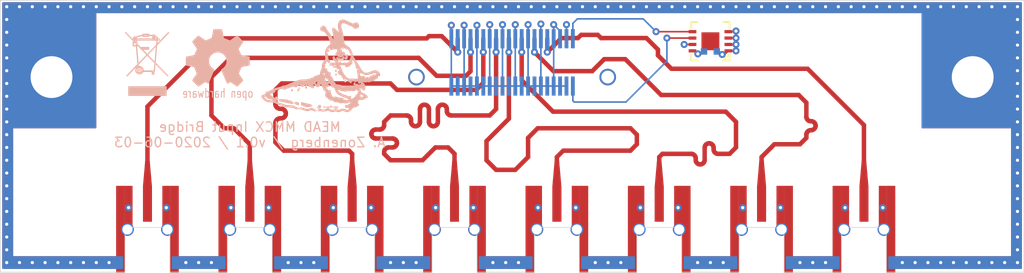
<source format=kicad_pcb>
(kicad_pcb (version 20171130) (host pcbnew "(5.1.4)")
  (layers (0 F.Cu signal) (1 In1.Cu signal) (2 In2.Cu signal) (31 B.Cu signal) (34 B.Paste user) (35 F.Paste user) (36 B.SilkS user) (37 F.SilkS user) (38 B.Mask user) (39 F.Mask user) (44 Edge.Cuts user))
  (net 0 "")
  (net 1 /GND)
  (net 2 /3V3)
  (net 3 /CH0)
  (net 4 /CH1)
  (net 5 /CH2)
  (net 6 /CH3)
  (net 7 /CH7)
  (net 8 /CH6)
  (net 9 /CH5)
  (net 10 /CH4)
  (net 11 /I2C_SDA)
  (net 12 /I2C_SCL)
  (module azonenberg_pcb:MECHANICAL_CLEARANCEHOLE_4_40 (layer F.Cu) (at 138.5 58.5)
    (fp_text reference MH2 hide)
    (fp_text value SCREWHOLE hide)
    (pad 1 thru_hole circle (at 0 0) (size 6 6) (drill 3.27) (layers *.Cu *.Mask) (net 1 /GND))
  )
  (module azonenberg_pcb:MECHANICAL_CLEARANCEHOLE_4_40 (layer F.Cu) (at 66.5 58.5)
    (fp_text reference MH1 hide)
    (fp_text value SCREWHOLE hide)
    (pad 1 thru_hole circle (at 0 0) (size 6 6) (drill 3.27) (layers *.Cu *.Mask) (net 1 /GND))
  )
  (module azonenberg_pcb:LONGTHING-1200DPI (layer B.Cu) (at 87 58 180)
    (fp_text reference G*** hide)
    (fp_text value LOGO hide)
  )
  (module w_logo:Logo_silk_OSHW_6x6mm (layer B.Cu) (at 79.5 57 180)
    (fp_text reference G*** hide)
    (fp_text value LOGO hide)
  )
  (module w_logo:Logo_silk_WEEE_3.4x5mm (layer B.Cu) (at 74 57.5 180)
    (fp_text reference G*** hide)
    (fp_text value LOGO hide)
  )
  (module azonenberg_pcb:CONN_MMCX_J_P_H_ST_EM1_0P7MM_CENTER (layer F.Cu) (at 74 67 180)
    (fp_text reference J9 hide)
    (fp_text value MMCX-J-P-H-ST-EM1 hide)
    (pad 2 thru_hole circle (at 1.565 -3.41 180) (size 1 1) (drill 0.79) (layers *.Cu *.Mask) (net 1 /GND))
    (pad 2 thru_hole circle (at -1.565 -3.41 180) (size 1 1) (drill 0.79) (layers *.Cu *.Mask) (net 1 /GND))
    (pad 2 smd rect (at 1.475 -1.705 180) (size 0.625 3.41) (layers F.Cu F.Paste F.Mask) (net 1 /GND))
    (pad 2 smd rect (at -1.475 -1.705 180) (size 0.625 3.41) (layers F.Cu F.Paste F.Mask) (net 1 /GND))
    (pad 2 smd rect (at 2.113 -3.4 180) (size 0.675 6.8) (layers F.Cu F.Paste F.Mask) (net 1 /GND))
    (pad 2 smd rect (at -2.113 -3.4 180) (size 0.675 6.8) (layers F.Cu F.Paste F.Mask) (net 1 /GND))
    (pad 1 smd rect (at 0 -1.4 180) (size 0.7 2.8) (layers F.Cu F.Paste F.Mask) (net 7 /CH7))
  )
  (module azonenberg_pcb:CONN_MMCX_J_P_H_ST_EM1_0P7MM_CENTER (layer F.Cu) (at 82 67 180)
    (fp_text reference J8 hide)
    (fp_text value MMCX-J-P-H-ST-EM1 hide)
    (pad 2 thru_hole circle (at 1.565 -3.41 180) (size 1 1) (drill 0.79) (layers *.Cu *.Mask) (net 1 /GND))
    (pad 2 thru_hole circle (at -1.565 -3.41 180) (size 1 1) (drill 0.79) (layers *.Cu *.Mask) (net 1 /GND))
    (pad 2 smd rect (at 1.475 -1.705 180) (size 0.625 3.41) (layers F.Cu F.Paste F.Mask) (net 1 /GND))
    (pad 2 smd rect (at -1.475 -1.705 180) (size 0.625 3.41) (layers F.Cu F.Paste F.Mask) (net 1 /GND))
    (pad 2 smd rect (at 2.113 -3.4 180) (size 0.675 6.8) (layers F.Cu F.Paste F.Mask) (net 1 /GND))
    (pad 2 smd rect (at -2.113 -3.4 180) (size 0.675 6.8) (layers F.Cu F.Paste F.Mask) (net 1 /GND))
    (pad 1 smd rect (at 0 -1.4 180) (size 0.7 2.8) (layers F.Cu F.Paste F.Mask) (net 8 /CH6))
  )
  (module azonenberg_pcb:CONN_MMCX_J_P_H_ST_EM1_0P7MM_CENTER (layer F.Cu) (at 122 67 180)
    (fp_text reference J7 hide)
    (fp_text value MMCX-J-P-H-ST-EM1 hide)
    (pad 2 thru_hole circle (at 1.565 -3.41 180) (size 1 1) (drill 0.79) (layers *.Cu *.Mask) (net 1 /GND))
    (pad 2 thru_hole circle (at -1.565 -3.41 180) (size 1 1) (drill 0.79) (layers *.Cu *.Mask) (net 1 /GND))
    (pad 2 smd rect (at 1.475 -1.705 180) (size 0.625 3.41) (layers F.Cu F.Paste F.Mask) (net 1 /GND))
    (pad 2 smd rect (at -1.475 -1.705 180) (size 0.625 3.41) (layers F.Cu F.Paste F.Mask) (net 1 /GND))
    (pad 2 smd rect (at 2.113 -3.4 180) (size 0.675 6.8) (layers F.Cu F.Paste F.Mask) (net 1 /GND))
    (pad 2 smd rect (at -2.113 -3.4 180) (size 0.675 6.8) (layers F.Cu F.Paste F.Mask) (net 1 /GND))
    (pad 1 smd rect (at 0 -1.4 180) (size 0.7 2.8) (layers F.Cu F.Paste F.Mask) (net 9 /CH5))
  )
  (module azonenberg_pcb:CONN_MMCX_J_P_H_ST_EM1_0P7MM_CENTER (layer F.Cu) (at 130 67 180)
    (fp_text reference J6 hide)
    (fp_text value MMCX-J-P-H-ST-EM1 hide)
    (pad 2 thru_hole circle (at 1.565 -3.41 180) (size 1 1) (drill 0.79) (layers *.Cu *.Mask) (net 1 /GND))
    (pad 2 thru_hole circle (at -1.565 -3.41 180) (size 1 1) (drill 0.79) (layers *.Cu *.Mask) (net 1 /GND))
    (pad 2 smd rect (at 1.475 -1.705 180) (size 0.625 3.41) (layers F.Cu F.Paste F.Mask) (net 1 /GND))
    (pad 2 smd rect (at -1.475 -1.705 180) (size 0.625 3.41) (layers F.Cu F.Paste F.Mask) (net 1 /GND))
    (pad 2 smd rect (at 2.113 -3.4 180) (size 0.675 6.8) (layers F.Cu F.Paste F.Mask) (net 1 /GND))
    (pad 2 smd rect (at -2.113 -3.4 180) (size 0.675 6.8) (layers F.Cu F.Paste F.Mask) (net 1 /GND))
    (pad 1 smd rect (at 0 -1.4 180) (size 0.7 2.8) (layers F.Cu F.Paste F.Mask) (net 10 /CH4))
  )
  (module azonenberg_pcb:CONN_MMCX_J_P_H_ST_EM1_0P7MM_CENTER (layer F.Cu) (at 90 67 180)
    (fp_text reference J4 hide)
    (fp_text value MMCX-J-P-H-ST-EM1 hide)
    (pad 2 thru_hole circle (at 1.565 -3.41 180) (size 1 1) (drill 0.79) (layers *.Cu *.Mask) (net 1 /GND))
    (pad 2 thru_hole circle (at -1.565 -3.41 180) (size 1 1) (drill 0.79) (layers *.Cu *.Mask) (net 1 /GND))
    (pad 2 smd rect (at 1.475 -1.705 180) (size 0.625 3.41) (layers F.Cu F.Paste F.Mask) (net 1 /GND))
    (pad 2 smd rect (at -1.475 -1.705 180) (size 0.625 3.41) (layers F.Cu F.Paste F.Mask) (net 1 /GND))
    (pad 2 smd rect (at 2.113 -3.4 180) (size 0.675 6.8) (layers F.Cu F.Paste F.Mask) (net 1 /GND))
    (pad 2 smd rect (at -2.113 -3.4 180) (size 0.675 6.8) (layers F.Cu F.Paste F.Mask) (net 1 /GND))
    (pad 1 smd rect (at 0 -1.4 180) (size 0.7 2.8) (layers F.Cu F.Paste F.Mask) (net 6 /CH3))
  )
  (module azonenberg_pcb:CONN_MMCX_J_P_H_ST_EM1_0P7MM_CENTER (layer F.Cu) (at 98 67 180)
    (fp_text reference J3 hide)
    (fp_text value MMCX-J-P-H-ST-EM1 hide)
    (pad 2 thru_hole circle (at 1.565 -3.41 180) (size 1 1) (drill 0.79) (layers *.Cu *.Mask) (net 1 /GND))
    (pad 2 thru_hole circle (at -1.565 -3.41 180) (size 1 1) (drill 0.79) (layers *.Cu *.Mask) (net 1 /GND))
    (pad 2 smd rect (at 1.475 -1.705 180) (size 0.625 3.41) (layers F.Cu F.Paste F.Mask) (net 1 /GND))
    (pad 2 smd rect (at -1.475 -1.705 180) (size 0.625 3.41) (layers F.Cu F.Paste F.Mask) (net 1 /GND))
    (pad 2 smd rect (at 2.113 -3.4 180) (size 0.675 6.8) (layers F.Cu F.Paste F.Mask) (net 1 /GND))
    (pad 2 smd rect (at -2.113 -3.4 180) (size 0.675 6.8) (layers F.Cu F.Paste F.Mask) (net 1 /GND))
    (pad 1 smd rect (at 0 -1.4 180) (size 0.7 2.8) (layers F.Cu F.Paste F.Mask) (net 5 /CH2))
  )
  (module azonenberg_pcb:CONN_MMCX_J_P_H_ST_EM1_0P7MM_CENTER (layer F.Cu) (at 106 67 180)
    (fp_text reference J2 hide)
    (fp_text value MMCX-J-P-H-ST-EM1 hide)
    (pad 2 thru_hole circle (at 1.565 -3.41 180) (size 1 1) (drill 0.79) (layers *.Cu *.Mask) (net 1 /GND))
    (pad 2 thru_hole circle (at -1.565 -3.41 180) (size 1 1) (drill 0.79) (layers *.Cu *.Mask) (net 1 /GND))
    (pad 2 smd rect (at 1.475 -1.705 180) (size 0.625 3.41) (layers F.Cu F.Paste F.Mask) (net 1 /GND))
    (pad 2 smd rect (at -1.475 -1.705 180) (size 0.625 3.41) (layers F.Cu F.Paste F.Mask) (net 1 /GND))
    (pad 2 smd rect (at 2.113 -3.4 180) (size 0.675 6.8) (layers F.Cu F.Paste F.Mask) (net 1 /GND))
    (pad 2 smd rect (at -2.113 -3.4 180) (size 0.675 6.8) (layers F.Cu F.Paste F.Mask) (net 1 /GND))
    (pad 1 smd rect (at 0 -1.4 180) (size 0.7 2.8) (layers F.Cu F.Paste F.Mask) (net 4 /CH1))
  )
  (module azonenberg_pcb:CONN_MMCX_J_P_H_ST_EM1_0P7MM_CENTER (layer F.Cu) (at 114 67 180)
    (fp_text reference J1 hide)
    (fp_text value MMCX-J-P-H-ST-EM1 hide)
    (pad 2 thru_hole circle (at 1.565 -3.41 180) (size 1 1) (drill 0.79) (layers *.Cu *.Mask) (net 1 /GND))
    (pad 2 thru_hole circle (at -1.565 -3.41 180) (size 1 1) (drill 0.79) (layers *.Cu *.Mask) (net 1 /GND))
    (pad 2 smd rect (at 1.475 -1.705 180) (size 0.625 3.41) (layers F.Cu F.Paste F.Mask) (net 1 /GND))
    (pad 2 smd rect (at -1.475 -1.705 180) (size 0.625 3.41) (layers F.Cu F.Paste F.Mask) (net 1 /GND))
    (pad 2 smd rect (at 2.113 -3.4 180) (size 0.675 6.8) (layers F.Cu F.Paste F.Mask) (net 1 /GND))
    (pad 2 smd rect (at -2.113 -3.4 180) (size 0.675 6.8) (layers F.Cu F.Paste F.Mask) (net 1 /GND))
    (pad 1 smd rect (at 0 -1.4 180) (size 0.7 2.8) (layers F.Cu F.Paste F.Mask) (net 3 /CH0))
  )
  (module azonenberg_pcb:DFN_8_0.5MM_3x3MM (layer F.Cu) (at 118 55.7 90)
    (fp_text reference U1 hide)
    (fp_text value 24Cxx-DFN8 hide)
    (pad PAD smd rect (at -0.25 0.25 90) (size 0.5 0.5) (layers F.Cu F.Paste))
    (pad PAD smd rect (at 0.25 0.25 90) (size 0.5 0.5) (layers F.Cu F.Paste))
    (pad PAD smd rect (at 0.25 -0.25 90) (size 0.5 0.5) (layers F.Cu F.Paste))
    (pad PAD smd rect (at -0.25 -0.25 90) (size 0.5 0.5) (layers F.Cu F.Paste))
    (pad PAD smd rect (at 0 0 90) (size 1.4 1.4) (layers F.Cu F.Mask))
    (pad 1 smd rect (at -0.75 1.4 90) (size 0.25 0.6) (layers F.Cu F.Paste F.Mask) (net 1 /GND))
    (pad 2 smd rect (at -0.25 1.4 90) (size 0.25 0.6) (layers F.Cu F.Paste F.Mask) (net 1 /GND))
    (pad 3 smd rect (at 0.25 1.4 90) (size 0.25 0.6) (layers F.Cu F.Paste F.Mask) (net 1 /GND))
    (pad 4 smd rect (at 0.75 1.4 90) (size 0.25 0.6) (layers F.Cu F.Paste F.Mask) (net 1 /GND))
    (pad 5 smd rect (at 0.75 -1.4 90) (size 0.25 0.6) (layers F.Cu F.Paste F.Mask) (net 11 /I2C_SDA))
    (pad 6 smd rect (at 0.25 -1.4 90) (size 0.25 0.6) (layers F.Cu F.Paste F.Mask) (net 12 /I2C_SCL))
    (pad 7 smd rect (at -0.25 -1.4 90) (size 0.25 0.6) (layers F.Cu F.Paste F.Mask) (net 2 /3V3))
    (pad 8 smd rect (at -0.75 -1.4 90) (size 0.25 0.6) (layers F.Cu F.Paste F.Mask) (net 2 /3V3))
  )
  (module azonenberg_pcb:CONN_SAMTEC_LSHM-120-02.5-L-DV-A-N-K-TR (layer B.Cu) (at 102.5 56.5)
    (fp_text reference J5 hide)
    (fp_text value LSHM-120-02.5-L-DV-A-N-K-TR hide)
    (pad SHLD thru_hole circle (at -7.475 2) (size 1.3 1.3) (drill 1) (layers *.Cu *.Mask))
    (pad SHLD thru_hole circle (at 7.475 2) (size 1.3 1.3) (drill 1) (layers *.Cu *.Mask))
    (pad "" np_thru_hole circle (at -6 0) (size 1.45 1.45) (drill 1.45) (layers *.Cu *.Mask))
    (pad "" np_thru_hole circle (at 6 0) (size 1.45 1.45) (drill 1.45) (layers *.Cu *.Mask))
    (pad 40 smd rect (at 4.75 -1) (size 0.3 1.5) (layers B.Cu B.Paste B.Mask) (net 11 /I2C_SDA))
    (pad 39 smd rect (at 4.75 2.7) (size 0.3 1.5) (layers B.Cu B.Paste B.Mask) (net 12 /I2C_SCL))
    (pad 38 smd rect (at 4.25 -1) (size 0.3 1.5) (layers B.Cu B.Paste B.Mask) (net 2 /3V3))
    (pad 37 smd rect (at 4.25 2.7) (size 0.3 1.5) (layers B.Cu B.Paste B.Mask) (net 1 /GND))
    (pad 36 smd rect (at 3.75 -1) (size 0.3 1.5) (layers B.Cu B.Paste B.Mask) (net 1 /GND))
    (pad 35 smd rect (at 3.75 2.7) (size 0.3 1.5) (layers B.Cu B.Paste B.Mask) (net 1 /GND))
    (pad 34 smd rect (at 3.25 -1) (size 0.3 1.5) (layers B.Cu B.Paste B.Mask) (net 1 /GND))
    (pad 33 smd rect (at 3.25 2.7) (size 0.3 1.5) (layers B.Cu B.Paste B.Mask) (net 1 /GND))
    (pad 32 smd rect (at 2.75 -1) (size 0.3 1.5) (layers B.Cu B.Paste B.Mask) (net 10 /CH4))
    (pad 31 smd rect (at 2.75 2.7) (size 0.3 1.5) (layers B.Cu B.Paste B.Mask) (net 1 /GND))
    (pad 30 smd rect (at 2.25 -1) (size 0.3 1.5) (layers B.Cu B.Paste B.Mask) (net 1 /GND))
    (pad 29 smd rect (at 2.25 2.7) (size 0.3 1.5) (layers B.Cu B.Paste B.Mask) (net 1 /GND))
    (pad 28 smd rect (at 1.75 -1) (size 0.3 1.5) (layers B.Cu B.Paste B.Mask) (net 9 /CH5))
    (pad 27 smd rect (at 1.75 2.7) (size 0.3 1.5) (layers B.Cu B.Paste B.Mask) (net 1 /GND))
    (pad 26 smd rect (at 1.25 -1) (size 0.3 1.5) (layers B.Cu B.Paste B.Mask) (net 1 /GND))
    (pad 25 smd rect (at 1.25 2.7) (size 0.3 1.5) (layers B.Cu B.Paste B.Mask) (net 1 /GND))
    (pad 24 smd rect (at 0.75 -1) (size 0.3 1.5) (layers B.Cu B.Paste B.Mask) (net 3 /CH0))
    (pad 23 smd rect (at 0.75 2.7) (size 0.3 1.5) (layers B.Cu B.Paste B.Mask) (net 1 /GND))
    (pad 22 smd rect (at 0.25 -1) (size 0.3 1.5) (layers B.Cu B.Paste B.Mask) (net 1 /GND))
    (pad 21 smd rect (at 0.25 2.7) (size 0.3 1.5) (layers B.Cu B.Paste B.Mask) (net 1 /GND))
    (pad 20 smd rect (at -0.25 -1) (size 0.3 1.5) (layers B.Cu B.Paste B.Mask) (net 4 /CH1))
    (pad 19 smd rect (at -0.25 2.7) (size 0.3 1.5) (layers B.Cu B.Paste B.Mask) (net 1 /GND))
    (pad 18 smd rect (at -0.75 -1) (size 0.3 1.5) (layers B.Cu B.Paste B.Mask) (net 1 /GND))
    (pad 17 smd rect (at -0.75 2.7) (size 0.3 1.5) (layers B.Cu B.Paste B.Mask) (net 1 /GND))
    (pad 16 smd rect (at -1.25 -1) (size 0.3 1.5) (layers B.Cu B.Paste B.Mask) (net 5 /CH2))
    (pad 15 smd rect (at -1.25 2.7) (size 0.3 1.5) (layers B.Cu B.Paste B.Mask) (net 1 /GND))
    (pad 14 smd rect (at -1.75 -1) (size 0.3 1.5) (layers B.Cu B.Paste B.Mask) (net 1 /GND))
    (pad 13 smd rect (at -1.75 2.7) (size 0.3 1.5) (layers B.Cu B.Paste B.Mask) (net 1 /GND))
    (pad 12 smd rect (at -2.25 -1) (size 0.3 1.5) (layers B.Cu B.Paste B.Mask) (net 6 /CH3))
    (pad 11 smd rect (at -2.25 2.7) (size 0.3 1.5) (layers B.Cu B.Paste B.Mask) (net 1 /GND))
    (pad 10 smd rect (at -2.75 -1) (size 0.3 1.5) (layers B.Cu B.Paste B.Mask) (net 1 /GND))
    (pad 9 smd rect (at -2.75 2.7) (size 0.3 1.5) (layers B.Cu B.Paste B.Mask) (net 1 /GND))
    (pad 8 smd rect (at -3.25 -1) (size 0.3 1.5) (layers B.Cu B.Paste B.Mask) (net 8 /CH6))
    (pad 7 smd rect (at -3.25 2.7) (size 0.3 1.5) (layers B.Cu B.Paste B.Mask) (net 1 /GND))
    (pad 6 smd rect (at -3.75 -1) (size 0.3 1.5) (layers B.Cu B.Paste B.Mask) (net 1 /GND))
    (pad 5 smd rect (at -3.75 2.7) (size 0.3 1.5) (layers B.Cu B.Paste B.Mask) (net 1 /GND))
    (pad 4 smd rect (at -4.25 -1) (size 0.3 1.5) (layers B.Cu B.Paste B.Mask) (net 7 /CH7))
    (pad 3 smd rect (at -4.25 2.7) (size 0.3 1.5) (layers B.Cu B.Paste B.Mask) (net 1 /GND))
    (pad 2 smd rect (at -4.75 -1) (size 0.3 1.5) (layers B.Cu B.Paste B.Mask) (net 1 /GND))
    (pad 1 smd rect (at -4.75 2.7) (size 0.3 1.5) (layers B.Cu B.Paste B.Mask) (net 1 /GND))
  )
  (module azonenberg_pcb:EIA_0402_CAP_NOSILK (layer B.Cu) (at 118 56.5)
    (fp_text reference C1 hide)
    (fp_text value "0.47 uF" hide)
    (pad 2 smd rect (at 0.5 0) (size 0.5 0.5) (layers B.Cu B.Paste B.Mask) (net 1 /GND))
    (pad 1 smd rect (at -0.5 0) (size 0.5 0.5) (layers B.Cu B.Paste B.Mask) (net 2 /3V3))
  )
  (gr_text "MEAD MMCX Input Bridge\nA. Zonenberg / v0.1 / 2020-06-03" (at 82 63) (layer B.SilkS) (effects (font (size 0.75 0.75) (thickness 0.1)) (justify mirror)))
  (gr_line (start 142.5 52.5) (end 62.5 52.5) (layer Edge.Cuts) (width 0.05))
  (gr_line (start 142.5 73.75) (end 142.5 52.5) (layer Edge.Cuts) (width 0.05))
  (gr_line (start 131.75 73.75) (end 142.5 73.75) (layer Edge.Cuts) (width 0.05))
  (gr_line (start 131.75 70.25) (end 131.75 73.75) (layer Edge.Cuts) (width 0.05))
  (gr_line (start 128.25 70.25) (end 131.75 70.25) (layer Edge.Cuts) (width 0.05))
  (gr_line (start 128.25 73.75) (end 128.25 70.25) (layer Edge.Cuts) (width 0.05))
  (gr_line (start 123.75 73.75) (end 128.25 73.75) (layer Edge.Cuts) (width 0.05))
  (gr_line (start 123.75 70.25) (end 123.75 73.75) (layer Edge.Cuts) (width 0.05))
  (gr_line (start 120.25 70.25) (end 123.75 70.25) (layer Edge.Cuts) (width 0.05))
  (gr_line (start 120.25 73.75) (end 120.25 70.25) (layer Edge.Cuts) (width 0.05))
  (gr_line (start 115.75 73.75) (end 120.25 73.75) (layer Edge.Cuts) (width 0.05))
  (gr_line (start 115.75 70.25) (end 115.75 73.75) (layer Edge.Cuts) (width 0.05))
  (gr_line (start 112.25 70.25) (end 115.75 70.25) (layer Edge.Cuts) (width 0.05))
  (gr_line (start 112.25 73.75) (end 112.25 70.25) (layer Edge.Cuts) (width 0.05))
  (gr_line (start 107.75 73.75) (end 112.25 73.75) (layer Edge.Cuts) (width 0.05))
  (gr_line (start 107.75 70.25) (end 107.75 73.75) (layer Edge.Cuts) (width 0.05))
  (gr_line (start 104.25 70.25) (end 107.75 70.25) (layer Edge.Cuts) (width 0.05))
  (gr_line (start 104.25 73.75) (end 104.25 70.25) (layer Edge.Cuts) (width 0.05))
  (gr_line (start 99.75 73.75) (end 104.25 73.75) (layer Edge.Cuts) (width 0.05))
  (gr_line (start 99.75 70.25) (end 99.75 73.75) (layer Edge.Cuts) (width 0.05))
  (gr_line (start 96.25 70.25) (end 99.75 70.25) (layer Edge.Cuts) (width 0.05))
  (gr_line (start 96.25 73.75) (end 96.25 70.25) (layer Edge.Cuts) (width 0.05))
  (gr_line (start 91.75 73.75) (end 96.25 73.75) (layer Edge.Cuts) (width 0.05))
  (gr_line (start 91.75 70.25) (end 91.75 73.75) (layer Edge.Cuts) (width 0.05))
  (gr_line (start 88.25 70.25) (end 91.75 70.25) (layer Edge.Cuts) (width 0.05))
  (gr_line (start 88.25 73.75) (end 88.25 70.25) (layer Edge.Cuts) (width 0.05))
  (gr_line (start 83.75 73.75) (end 88.25 73.75) (layer Edge.Cuts) (width 0.05))
  (gr_line (start 83.75 70.25) (end 83.75 73.75) (layer Edge.Cuts) (width 0.05))
  (gr_line (start 80.25 70.25) (end 83.75 70.25) (layer Edge.Cuts) (width 0.05))
  (gr_line (start 80.25 73.75) (end 80.25 70.25) (layer Edge.Cuts) (width 0.05))
  (gr_line (start 75.75 73.75) (end 80.25 73.75) (layer Edge.Cuts) (width 0.05))
  (gr_line (start 75.75 70.25) (end 75.75 73.75) (layer Edge.Cuts) (width 0.05))
  (gr_line (start 72.25 70.25) (end 75.75 70.25) (layer Edge.Cuts) (width 0.05))
  (gr_line (start 72.25 73.75) (end 72.25 70.25) (layer Edge.Cuts) (width 0.05))
  (gr_line (start 62.5 73.75) (end 72.25 73.75) (layer Edge.Cuts) (width 0.05))
  (gr_line (start 62.5 52.5) (end 62.5 73.75) (layer Edge.Cuts) (width 0.05))
  (via (at 131.475 68.705) (size 0.55) (drill 0.25) (layers F.Cu B.Cu) (net 1))
  (via (at 128.525 68.705) (size 0.55) (drill 0.25) (layers F.Cu B.Cu) (net 1))
  (via (at 123.475 68.705) (size 0.55) (drill 0.25) (layers F.Cu B.Cu) (net 1))
  (via (at 120.525 68.705) (size 0.55) (drill 0.25) (layers F.Cu B.Cu) (net 1))
  (via (at 115.475 68.705) (size 0.55) (drill 0.25) (layers F.Cu B.Cu) (net 1))
  (via (at 112.525 68.705) (size 0.55) (drill 0.25) (layers F.Cu B.Cu) (net 1))
  (via (at 107.475 68.705) (size 0.55) (drill 0.25) (layers F.Cu B.Cu) (net 1))
  (via (at 104.525 68.705) (size 0.55) (drill 0.25) (layers F.Cu B.Cu) (net 1))
  (via (at 99.475 68.705) (size 0.55) (drill 0.25) (layers F.Cu B.Cu) (net 1))
  (via (at 96.525 68.705) (size 0.55) (drill 0.25) (layers F.Cu B.Cu) (net 1))
  (via (at 88.525 68.705) (size 0.55) (drill 0.25) (layers F.Cu B.Cu) (net 1))
  (via (at 91.475 68.705) (size 0.55) (drill 0.25) (layers F.Cu B.Cu) (net 1))
  (via (at 83.475 68.705) (size 0.55) (drill 0.25) (layers F.Cu B.Cu) (net 1))
  (via (at 80.525 68.705) (size 0.55) (drill 0.25) (layers F.Cu B.Cu) (net 1))
  (via (at 75.475 68.705) (size 0.55) (drill 0.25) (layers F.Cu B.Cu) (net 1))
  (segment (start 97.75 56.375) (end 97.75 59.2) (width 0.125) (layer B.Cu) (net 1))
  (segment (start 97.75 55.5) (end 97.75 56.375) (width 0.125) (layer B.Cu) (net 1))
  (segment (start 98.75 55.5) (end 98.75 59.2) (width 0.125) (layer B.Cu) (net 1))
  (segment (start 99.75 55.5) (end 99.75 59.2) (width 0.125) (layer B.Cu) (net 1))
  (segment (start 100.75 56) (end 100.75 59.2) (width 0.125) (layer B.Cu) (net 1))
  (segment (start 100.75 55.5) (end 100.75 56) (width 0.125) (layer B.Cu) (net 1))
  (segment (start 101.75 55.5) (end 101.75 59.2) (width 0.125) (layer B.Cu) (net 1))
  (segment (start 102.75 55.5) (end 102.75 59.2) (width 0.125) (layer B.Cu) (net 1))
  (segment (start 103.75 55.5) (end 103.75 59.2) (width 0.125) (layer B.Cu) (net 1))
  (segment (start 104.75 55.5) (end 104.75 59.2) (width 0.125) (layer B.Cu) (net 1))
  (segment (start 105.75 55.5) (end 105.75 59.2) (width 0.125) (layer B.Cu) (net 1))
  (segment (start 106.75 59.2) (end 97.75 59.2) (width 0.125) (layer B.Cu) (net 1))
  (via (at 97.75 54.45) (size 0.55) (drill 0.25) (layers F.Cu B.Cu) (net 1))
  (segment (start 97.75 55.5) (end 97.75 54.45) (width 0.125) (layer B.Cu) (net 1))
  (via (at 98.75 54.45) (size 0.55) (drill 0.25) (layers F.Cu B.Cu) (net 1))
  (segment (start 98.75 54.45) (end 98.75 55.5) (width 0.125) (layer B.Cu) (net 1))
  (via (at 99.75 54.45) (size 0.55) (drill 0.25) (layers F.Cu B.Cu) (net 1))
  (segment (start 99.75 54.45) (end 99.75 55.5) (width 0.125) (layer B.Cu) (net 1))
  (via (at 100.75 54.4) (size 0.55) (drill 0.25) (layers F.Cu B.Cu) (net 1))
  (segment (start 100.75 54.4) (end 100.75 55.5) (width 0.125) (layer B.Cu) (net 1))
  (via (at 101.75 54.4) (size 0.55) (drill 0.25) (layers F.Cu B.Cu) (net 1))
  (segment (start 101.75 54.4) (end 101.75 55.5) (width 0.125) (layer B.Cu) (net 1))
  (via (at 102.75 54.4) (size 0.55) (drill 0.25) (layers F.Cu B.Cu) (net 1))
  (segment (start 102.75 54.4) (end 102.75 55.36251) (width 0.125) (layer B.Cu) (net 1))
  (segment (start 102.75 55.36251) (end 102.75 55.5) (width 0.125) (layer B.Cu) (net 1))
  (via (at 103.75 54.4) (size 0.55) (drill 0.25) (layers F.Cu B.Cu) (net 1))
  (segment (start 103.75 54.4) (end 103.75 55.5) (width 0.125) (layer B.Cu) (net 1))
  (via (at 104.75 54.35) (size 0.55) (drill 0.25) (layers F.Cu B.Cu) (net 1))
  (segment (start 104.75 54.35) (end 104.75 55.1) (width 0.125) (layer B.Cu) (net 1))
  (segment (start 104.75 55.1) (end 104.75 55.5) (width 0.125) (layer B.Cu) (net 1))
  (via (at 105.75 54.4) (size 0.55) (drill 0.25) (layers F.Cu B.Cu) (net 1))
  (segment (start 105.75 55.5) (end 105.75 54.4) (width 0.125) (layer B.Cu) (net 1))
  (segment (start 106.25 54.9) (end 105.75 54.4) (width 0.125) (layer B.Cu) (net 1))
  (segment (start 106.25 55.5) (end 106.25 54.9) (width 0.125) (layer B.Cu) (net 1))
  (via (at 118.921881 56.732821) (size 0.55) (drill 0.25) (layers F.Cu B.Cu) (net 1))
  (segment (start 118.5 56.5) (end 118.68906 56.5) (width 0.125) (layer B.Cu) (net 1))
  (segment (start 118.68906 56.5) (end 118.921881 56.732821) (width 0.125) (layer B.Cu) (net 1))
  (segment (start 119.117179 56.732821) (end 119.4 56.45) (width 0.125) (layer F.Cu) (net 1))
  (segment (start 118.921881 56.732821) (end 119.117179 56.732821) (width 0.125) (layer F.Cu) (net 1))
  (via (at 120 54.9) (size 0.55) (drill 0.25) (layers F.Cu B.Cu) (net 1))
  (segment (start 119.4 54.95) (end 119.95 54.95) (width 0.125) (layer F.Cu) (net 1))
  (segment (start 119.95 54.95) (end 120 54.9) (width 0.125) (layer F.Cu) (net 1))
  (via (at 120 55.45) (size 0.55) (drill 0.25) (layers F.Cu B.Cu) (net 1))
  (segment (start 120 55.45) (end 119.4 55.45) (width 0.125) (layer F.Cu) (net 1))
  (via (at 120 55.95) (size 0.55) (drill 0.25) (layers F.Cu B.Cu) (net 1))
  (segment (start 119.4 55.95) (end 120 55.95) (width 0.125) (layer F.Cu) (net 1))
  (via (at 120 56.45) (size 0.55) (drill 0.25) (layers F.Cu B.Cu) (net 1))
  (segment (start 119.4 56.45) (end 120 56.45) (width 0.125) (layer F.Cu) (net 1))
  (via (at 72.525 68.705) (size 0.55) (drill 0.25) (layers F.Cu B.Cu) (net 1))
  (via (at 71 73) (size 0.55) (drill 0.25) (layers F.Cu B.Cu) (net 1))
  (via (at 70 73) (size 0.55) (drill 0.25) (layers F.Cu B.Cu) (net 1))
  (segment (start 71 73) (end 70 73) (width 0.125) (layer F.Cu) (net 1))
  (via (at 69 73) (size 0.55) (drill 0.25) (layers F.Cu B.Cu) (net 1))
  (via (at 68 73) (size 0.55) (drill 0.25) (layers F.Cu B.Cu) (net 1))
  (segment (start 69 73) (end 68 73) (width 0.125) (layer F.Cu) (net 1))
  (via (at 67 73) (size 0.55) (drill 0.25) (layers F.Cu B.Cu) (net 1))
  (via (at 66 73) (size 0.55) (drill 0.25) (layers F.Cu B.Cu) (net 1))
  (segment (start 67 73) (end 66 73) (width 0.125) (layer F.Cu) (net 1))
  (via (at 65 73) (size 0.55) (drill 0.25) (layers F.Cu B.Cu) (net 1))
  (via (at 64 73) (size 0.55) (drill 0.25) (layers F.Cu B.Cu) (net 1))
  (segment (start 65 73) (end 64 73) (width 0.125) (layer F.Cu) (net 1))
  (via (at 63 73) (size 0.55) (drill 0.25) (layers F.Cu B.Cu) (net 1))
  (via (at 63 72) (size 0.55) (drill 0.25) (layers F.Cu B.Cu) (net 1))
  (segment (start 63 73) (end 63 72) (width 0.125) (layer F.Cu) (net 1))
  (via (at 63 71) (size 0.55) (drill 0.25) (layers F.Cu B.Cu) (net 1))
  (via (at 63 70) (size 0.55) (drill 0.25) (layers F.Cu B.Cu) (net 1))
  (segment (start 63 71) (end 63 70) (width 0.125) (layer F.Cu) (net 1))
  (via (at 63 69) (size 0.55) (drill 0.25) (layers F.Cu B.Cu) (net 1))
  (via (at 63 68) (size 0.55) (drill 0.25) (layers F.Cu B.Cu) (net 1))
  (segment (start 63 69) (end 63 68) (width 0.125) (layer F.Cu) (net 1))
  (via (at 63 67) (size 0.55) (drill 0.25) (layers F.Cu B.Cu) (net 1))
  (via (at 63 66) (size 0.55) (drill 0.25) (layers F.Cu B.Cu) (net 1))
  (segment (start 63 67) (end 63 66) (width 0.125) (layer F.Cu) (net 1))
  (via (at 63 65) (size 0.55) (drill 0.25) (layers F.Cu B.Cu) (net 1))
  (via (at 63 64) (size 0.55) (drill 0.25) (layers F.Cu B.Cu) (net 1))
  (segment (start 63 65) (end 63 64) (width 0.125) (layer F.Cu) (net 1))
  (via (at 63 63) (size 0.55) (drill 0.25) (layers F.Cu B.Cu) (net 1))
  (via (at 63 62) (size 0.55) (drill 0.25) (layers F.Cu B.Cu) (net 1))
  (segment (start 63 63) (end 63 62) (width 0.125) (layer F.Cu) (net 1))
  (via (at 63 61) (size 0.55) (drill 0.25) (layers F.Cu B.Cu) (net 1))
  (via (at 63 60) (size 0.55) (drill 0.25) (layers F.Cu B.Cu) (net 1))
  (segment (start 63 61) (end 63 60) (width 0.125) (layer F.Cu) (net 1))
  (via (at 63 59) (size 0.55) (drill 0.25) (layers F.Cu B.Cu) (net 1))
  (via (at 63 58) (size 0.55) (drill 0.25) (layers F.Cu B.Cu) (net 1))
  (segment (start 63 59) (end 63 58) (width 0.125) (layer F.Cu) (net 1))
  (via (at 63 57) (size 0.55) (drill 0.25) (layers F.Cu B.Cu) (net 1))
  (via (at 63 56) (size 0.55) (drill 0.25) (layers F.Cu B.Cu) (net 1))
  (segment (start 63 57) (end 63 56) (width 0.125) (layer F.Cu) (net 1))
  (via (at 63 55) (size 0.55) (drill 0.25) (layers F.Cu B.Cu) (net 1))
  (via (at 63 54) (size 0.55) (drill 0.25) (layers F.Cu B.Cu) (net 1))
  (segment (start 63 55) (end 63 54) (width 0.125) (layer F.Cu) (net 1))
  (via (at 63 53) (size 0.55) (drill 0.25) (layers F.Cu B.Cu) (net 1))
  (via (at 64 53) (size 0.55) (drill 0.25) (layers F.Cu B.Cu) (net 1))
  (segment (start 63 53) (end 64 53) (width 0.125) (layer F.Cu) (net 1))
  (via (at 65 53) (size 0.55) (drill 0.25) (layers F.Cu B.Cu) (net 1))
  (via (at 66 53) (size 0.55) (drill 0.25) (layers F.Cu B.Cu) (net 1))
  (segment (start 65 53) (end 66 53) (width 0.125) (layer F.Cu) (net 1))
  (via (at 67 53) (size 0.55) (drill 0.25) (layers F.Cu B.Cu) (net 1))
  (via (at 68 53) (size 0.55) (drill 0.25) (layers F.Cu B.Cu) (net 1))
  (segment (start 67 53) (end 68 53) (width 0.125) (layer F.Cu) (net 1))
  (via (at 69 53) (size 0.55) (drill 0.25) (layers F.Cu B.Cu) (net 1))
  (via (at 70 53) (size 0.55) (drill 0.25) (layers F.Cu B.Cu) (net 1))
  (segment (start 69 53) (end 70 53) (width 0.125) (layer F.Cu) (net 1))
  (via (at 71 53) (size 0.55) (drill 0.25) (layers F.Cu B.Cu) (net 1))
  (via (at 72 53) (size 0.55) (drill 0.25) (layers F.Cu B.Cu) (net 1))
  (segment (start 71 53) (end 72 53) (width 0.125) (layer F.Cu) (net 1))
  (via (at 73 53) (size 0.55) (drill 0.25) (layers F.Cu B.Cu) (net 1))
  (via (at 74 53) (size 0.55) (drill 0.25) (layers F.Cu B.Cu) (net 1))
  (segment (start 73 53) (end 74 53) (width 0.125) (layer F.Cu) (net 1))
  (via (at 75 53) (size 0.55) (drill 0.25) (layers F.Cu B.Cu) (net 1))
  (via (at 76 53) (size 0.55) (drill 0.25) (layers F.Cu B.Cu) (net 1))
  (segment (start 75 53) (end 76 53) (width 0.125) (layer F.Cu) (net 1))
  (via (at 77 53) (size 0.55) (drill 0.25) (layers F.Cu B.Cu) (net 1))
  (via (at 78 53) (size 0.55) (drill 0.25) (layers F.Cu B.Cu) (net 1))
  (segment (start 77 53) (end 78 53) (width 0.125) (layer F.Cu) (net 1))
  (via (at 79 53) (size 0.55) (drill 0.25) (layers F.Cu B.Cu) (net 1))
  (via (at 80 53) (size 0.55) (drill 0.25) (layers F.Cu B.Cu) (net 1))
  (segment (start 79 53) (end 80 53) (width 0.125) (layer F.Cu) (net 1))
  (via (at 81 53) (size 0.55) (drill 0.25) (layers F.Cu B.Cu) (net 1))
  (via (at 82 53) (size 0.55) (drill 0.25) (layers F.Cu B.Cu) (net 1))
  (via (at 83 53) (size 0.55) (drill 0.25) (layers F.Cu B.Cu) (net 1))
  (segment (start 82 53) (end 83 53) (width 0.125) (layer F.Cu) (net 1))
  (via (at 84 53) (size 0.55) (drill 0.25) (layers F.Cu B.Cu) (net 1))
  (via (at 85 53) (size 0.55) (drill 0.25) (layers F.Cu B.Cu) (net 1))
  (segment (start 84 53) (end 85 53) (width 0.125) (layer F.Cu) (net 1))
  (via (at 86 53) (size 0.55) (drill 0.25) (layers F.Cu B.Cu) (net 1))
  (via (at 87 53) (size 0.55) (drill 0.25) (layers F.Cu B.Cu) (net 1))
  (segment (start 86 53) (end 87 53) (width 0.125) (layer F.Cu) (net 1))
  (via (at 88 53) (size 0.55) (drill 0.25) (layers F.Cu B.Cu) (net 1))
  (via (at 89 53) (size 0.55) (drill 0.25) (layers F.Cu B.Cu) (net 1))
  (segment (start 88 53) (end 89 53) (width 0.125) (layer F.Cu) (net 1))
  (via (at 90 53) (size 0.55) (drill 0.25) (layers F.Cu B.Cu) (net 1))
  (via (at 91 53) (size 0.55) (drill 0.25) (layers F.Cu B.Cu) (net 1))
  (segment (start 90 53) (end 91 53) (width 0.125) (layer F.Cu) (net 1))
  (via (at 92 53) (size 0.55) (drill 0.25) (layers F.Cu B.Cu) (net 1))
  (via (at 93 53) (size 0.55) (drill 0.25) (layers F.Cu B.Cu) (net 1))
  (segment (start 92 53) (end 93 53) (width 0.125) (layer F.Cu) (net 1))
  (via (at 94 53) (size 0.55) (drill 0.25) (layers F.Cu B.Cu) (net 1))
  (via (at 95 53) (size 0.55) (drill 0.25) (layers F.Cu B.Cu) (net 1))
  (segment (start 94 53) (end 95 53) (width 0.125) (layer F.Cu) (net 1))
  (via (at 96 53) (size 0.55) (drill 0.25) (layers F.Cu B.Cu) (net 1))
  (via (at 97 53) (size 0.55) (drill 0.25) (layers F.Cu B.Cu) (net 1))
  (segment (start 96 53) (end 97 53) (width 0.125) (layer F.Cu) (net 1))
  (via (at 98 53) (size 0.55) (drill 0.25) (layers F.Cu B.Cu) (net 1))
  (via (at 99 53) (size 0.55) (drill 0.25) (layers F.Cu B.Cu) (net 1))
  (segment (start 98 53) (end 99 53) (width 0.125) (layer F.Cu) (net 1))
  (via (at 100 53) (size 0.55) (drill 0.25) (layers F.Cu B.Cu) (net 1))
  (via (at 101 53) (size 0.55) (drill 0.25) (layers F.Cu B.Cu) (net 1))
  (segment (start 100 53) (end 101 53) (width 0.125) (layer F.Cu) (net 1))
  (via (at 102 53) (size 0.55) (drill 0.25) (layers F.Cu B.Cu) (net 1))
  (via (at 103 53) (size 0.55) (drill 0.25) (layers F.Cu B.Cu) (net 1))
  (segment (start 102 53) (end 103 53) (width 0.125) (layer F.Cu) (net 1))
  (via (at 104 53) (size 0.55) (drill 0.25) (layers F.Cu B.Cu) (net 1))
  (via (at 105 53) (size 0.55) (drill 0.25) (layers F.Cu B.Cu) (net 1))
  (segment (start 104 53) (end 105 53) (width 0.125) (layer F.Cu) (net 1))
  (via (at 106 53) (size 0.55) (drill 0.25) (layers F.Cu B.Cu) (net 1))
  (via (at 107 53) (size 0.55) (drill 0.25) (layers F.Cu B.Cu) (net 1))
  (segment (start 106 53) (end 107 53) (width 0.125) (layer F.Cu) (net 1))
  (via (at 108 53) (size 0.55) (drill 0.25) (layers F.Cu B.Cu) (net 1))
  (via (at 109 53) (size 0.55) (drill 0.25) (layers F.Cu B.Cu) (net 1))
  (segment (start 108 53) (end 109 53) (width 0.125) (layer F.Cu) (net 1))
  (via (at 110 53) (size 0.55) (drill 0.25) (layers F.Cu B.Cu) (net 1))
  (via (at 111 53) (size 0.55) (drill 0.25) (layers F.Cu B.Cu) (net 1))
  (segment (start 110 53) (end 111 53) (width 0.125) (layer F.Cu) (net 1))
  (via (at 112 53) (size 0.55) (drill 0.25) (layers F.Cu B.Cu) (net 1))
  (via (at 114 53) (size 0.55) (drill 0.25) (layers F.Cu B.Cu) (net 1))
  (segment (start 112 53) (end 114 53) (width 0.125) (layer F.Cu) (net 1))
  (via (at 113 53) (size 0.55) (drill 0.25) (layers F.Cu B.Cu) (net 1))
  (via (at 115 53) (size 0.55) (drill 0.25) (layers F.Cu B.Cu) (net 1))
  (segment (start 113 53) (end 115 53) (width 0.125) (layer F.Cu) (net 1))
  (via (at 116 53) (size 0.55) (drill 0.25) (layers F.Cu B.Cu) (net 1))
  (via (at 118 53) (size 0.55) (drill 0.25) (layers F.Cu B.Cu) (net 1))
  (via (at 117 53) (size 0.55) (drill 0.25) (layers F.Cu B.Cu) (net 1))
  (segment (start 116 53) (end 117 53) (width 0.125) (layer F.Cu) (net 1))
  (segment (start 117 53) (end 118 53) (width 0.125) (layer F.Cu) (net 1))
  (via (at 119 53) (size 0.55) (drill 0.25) (layers F.Cu B.Cu) (net 1))
  (segment (start 118 53) (end 119 53) (width 0.125) (layer F.Cu) (net 1))
  (via (at 120 53) (size 0.55) (drill 0.25) (layers F.Cu B.Cu) (net 1))
  (via (at 121 53) (size 0.55) (drill 0.25) (layers F.Cu B.Cu) (net 1))
  (segment (start 120 53) (end 121 53) (width 0.125) (layer F.Cu) (net 1))
  (via (at 122 53) (size 0.55) (drill 0.25) (layers F.Cu B.Cu) (net 1))
  (via (at 123 53) (size 0.55) (drill 0.25) (layers F.Cu B.Cu) (net 1))
  (segment (start 122 53) (end 123 53) (width 0.125) (layer F.Cu) (net 1))
  (via (at 124 53) (size 0.55) (drill 0.25) (layers F.Cu B.Cu) (net 1))
  (via (at 125 53) (size 0.55) (drill 0.25) (layers F.Cu B.Cu) (net 1))
  (segment (start 124 53) (end 125 53) (width 0.125) (layer F.Cu) (net 1))
  (via (at 126 53) (size 0.55) (drill 0.25) (layers F.Cu B.Cu) (net 1))
  (via (at 127 53) (size 0.55) (drill 0.25) (layers F.Cu B.Cu) (net 1))
  (segment (start 126 53) (end 127 53) (width 0.125) (layer F.Cu) (net 1))
  (via (at 128 53) (size 0.55) (drill 0.25) (layers F.Cu B.Cu) (net 1))
  (via (at 129 53) (size 0.55) (drill 0.25) (layers F.Cu B.Cu) (net 1))
  (segment (start 128 53) (end 129 53) (width 0.125) (layer F.Cu) (net 1))
  (via (at 130 53) (size 0.55) (drill 0.25) (layers F.Cu B.Cu) (net 1))
  (via (at 131 53) (size 0.55) (drill 0.25) (layers F.Cu B.Cu) (net 1))
  (segment (start 130 53) (end 131 53) (width 0.125) (layer F.Cu) (net 1))
  (via (at 132 53) (size 0.55) (drill 0.25) (layers F.Cu B.Cu) (net 1))
  (via (at 133 53) (size 0.55) (drill 0.25) (layers F.Cu B.Cu) (net 1))
  (segment (start 132 53) (end 133 53) (width 0.125) (layer F.Cu) (net 1))
  (via (at 134 53) (size 0.55) (drill 0.25) (layers F.Cu B.Cu) (net 1))
  (via (at 135 53) (size 0.55) (drill 0.25) (layers F.Cu B.Cu) (net 1))
  (segment (start 134 53) (end 135 53) (width 0.125) (layer F.Cu) (net 1))
  (via (at 136 53) (size 0.55) (drill 0.25) (layers F.Cu B.Cu) (net 1))
  (via (at 137 53) (size 0.55) (drill 0.25) (layers F.Cu B.Cu) (net 1))
  (segment (start 136 53) (end 137 53) (width 0.125) (layer F.Cu) (net 1))
  (via (at 138 53) (size 0.55) (drill 0.25) (layers F.Cu B.Cu) (net 1))
  (via (at 139 53) (size 0.55) (drill 0.25) (layers F.Cu B.Cu) (net 1))
  (segment (start 138 53) (end 139 53) (width 0.125) (layer F.Cu) (net 1))
  (via (at 140 53) (size 0.55) (drill 0.25) (layers F.Cu B.Cu) (net 1))
  (via (at 141 53) (size 0.55) (drill 0.25) (layers F.Cu B.Cu) (net 1))
  (segment (start 140 53) (end 141 53) (width 0.125) (layer F.Cu) (net 1))
  (via (at 142 53) (size 0.55) (drill 0.25) (layers F.Cu B.Cu) (net 1))
  (via (at 142 54) (size 0.55) (drill 0.25) (layers F.Cu B.Cu) (net 1))
  (segment (start 142 53) (end 142 54) (width 0.125) (layer F.Cu) (net 1))
  (via (at 142 55) (size 0.55) (drill 0.25) (layers F.Cu B.Cu) (net 1))
  (via (at 142 56) (size 0.55) (drill 0.25) (layers F.Cu B.Cu) (net 1))
  (segment (start 142 55) (end 142 56) (width 0.125) (layer F.Cu) (net 1))
  (via (at 142 57) (size 0.55) (drill 0.25) (layers F.Cu B.Cu) (net 1))
  (via (at 142 58) (size 0.55) (drill 0.25) (layers F.Cu B.Cu) (net 1))
  (segment (start 142 57) (end 142 58) (width 0.125) (layer F.Cu) (net 1))
  (via (at 142 59) (size 0.55) (drill 0.25) (layers F.Cu B.Cu) (net 1))
  (via (at 142 60) (size 0.55) (drill 0.25) (layers F.Cu B.Cu) (net 1))
  (via (at 142 61) (size 0.55) (drill 0.25) (layers F.Cu B.Cu) (net 1))
  (segment (start 142 60) (end 142 61) (width 0.125) (layer F.Cu) (net 1))
  (via (at 142 62) (size 0.55) (drill 0.25) (layers F.Cu B.Cu) (net 1))
  (via (at 142 63) (size 0.55) (drill 0.25) (layers F.Cu B.Cu) (net 1))
  (segment (start 142 62) (end 142 63) (width 0.125) (layer F.Cu) (net 1))
  (via (at 142 64) (size 0.55) (drill 0.25) (layers F.Cu B.Cu) (net 1))
  (via (at 142 65) (size 0.55) (drill 0.25) (layers F.Cu B.Cu) (net 1))
  (segment (start 142 64) (end 142 65) (width 0.125) (layer F.Cu) (net 1))
  (via (at 142 66) (size 0.55) (drill 0.25) (layers F.Cu B.Cu) (net 1))
  (via (at 142 67) (size 0.55) (drill 0.25) (layers F.Cu B.Cu) (net 1))
  (segment (start 142 66) (end 142 67) (width 0.125) (layer F.Cu) (net 1))
  (via (at 142 68) (size 0.55) (drill 0.25) (layers F.Cu B.Cu) (net 1))
  (via (at 142 69) (size 0.55) (drill 0.25) (layers F.Cu B.Cu) (net 1))
  (segment (start 142 68) (end 142 69) (width 0.125) (layer F.Cu) (net 1))
  (via (at 142 70) (size 0.55) (drill 0.25) (layers F.Cu B.Cu) (net 1))
  (via (at 142 71) (size 0.55) (drill 0.25) (layers F.Cu B.Cu) (net 1))
  (segment (start 142 70) (end 142 71) (width 0.125) (layer F.Cu) (net 1))
  (via (at 142 72) (size 0.55) (drill 0.25) (layers F.Cu B.Cu) (net 1))
  (via (at 142 73) (size 0.55) (drill 0.25) (layers F.Cu B.Cu) (net 1))
  (segment (start 142 72) (end 142 73) (width 0.125) (layer F.Cu) (net 1))
  (via (at 141 73) (size 0.55) (drill 0.25) (layers F.Cu B.Cu) (net 1))
  (via (at 140 73) (size 0.55) (drill 0.25) (layers F.Cu B.Cu) (net 1))
  (segment (start 141 73) (end 140 73) (width 0.125) (layer F.Cu) (net 1))
  (via (at 139 73) (size 0.55) (drill 0.25) (layers F.Cu B.Cu) (net 1))
  (via (at 138 73) (size 0.55) (drill 0.25) (layers F.Cu B.Cu) (net 1))
  (segment (start 139 73) (end 138 73) (width 0.125) (layer F.Cu) (net 1))
  (via (at 137 73) (size 0.55) (drill 0.25) (layers F.Cu B.Cu) (net 1))
  (via (at 136 73) (size 0.55) (drill 0.25) (layers F.Cu B.Cu) (net 1))
  (segment (start 137 73) (end 136 73) (width 0.125) (layer F.Cu) (net 1))
  (via (at 135 73) (size 0.55) (drill 0.25) (layers F.Cu B.Cu) (net 1))
  (via (at 134 73) (size 0.55) (drill 0.25) (layers F.Cu B.Cu) (net 1))
  (segment (start 135 73) (end 134 73) (width 0.125) (layer F.Cu) (net 1))
  (via (at 133 73) (size 0.55) (drill 0.25) (layers F.Cu B.Cu) (net 1))
  (via (at 77 73) (size 0.55) (drill 0.25) (layers F.Cu B.Cu) (net 1))
  (via (at 78 73) (size 0.55) (drill 0.25) (layers F.Cu B.Cu) (net 1))
  (segment (start 77 73) (end 78 73) (width 0.125) (layer F.Cu) (net 1))
  (via (at 79 73) (size 0.55) (drill 0.25) (layers F.Cu B.Cu) (net 1))
  (via (at 85 73) (size 0.55) (drill 0.25) (layers F.Cu B.Cu) (net 1))
  (via (at 86 73) (size 0.55) (drill 0.25) (layers F.Cu B.Cu) (net 1))
  (segment (start 85 73) (end 86 73) (width 0.125) (layer F.Cu) (net 1))
  (via (at 87 73) (size 0.55) (drill 0.25) (layers F.Cu B.Cu) (net 1))
  (via (at 93 73) (size 0.55) (drill 0.25) (layers F.Cu B.Cu) (net 1))
  (via (at 94 73) (size 0.55) (drill 0.25) (layers F.Cu B.Cu) (net 1))
  (segment (start 93 73) (end 94 73) (width 0.125) (layer F.Cu) (net 1))
  (via (at 95 73) (size 0.55) (drill 0.25) (layers F.Cu B.Cu) (net 1))
  (via (at 101 73) (size 0.55) (drill 0.25) (layers F.Cu B.Cu) (net 1))
  (via (at 102 73) (size 0.55) (drill 0.25) (layers F.Cu B.Cu) (net 1))
  (segment (start 101 73) (end 102 73) (width 0.125) (layer F.Cu) (net 1))
  (via (at 103 73) (size 0.55) (drill 0.25) (layers F.Cu B.Cu) (net 1))
  (via (at 109 73) (size 0.55) (drill 0.25) (layers F.Cu B.Cu) (net 1))
  (via (at 110 73) (size 0.55) (drill 0.25) (layers F.Cu B.Cu) (net 1))
  (segment (start 109 73) (end 110 73) (width 0.125) (layer F.Cu) (net 1))
  (via (at 111 73) (size 0.55) (drill 0.25) (layers F.Cu B.Cu) (net 1))
  (via (at 117 73) (size 0.55) (drill 0.25) (layers F.Cu B.Cu) (net 1))
  (via (at 118 73) (size 0.55) (drill 0.25) (layers F.Cu B.Cu) (net 1))
  (segment (start 117 73) (end 118 73) (width 0.125) (layer F.Cu) (net 1))
  (via (at 119 73) (size 0.55) (drill 0.25) (layers F.Cu B.Cu) (net 1))
  (via (at 125 73) (size 0.55) (drill 0.25) (layers F.Cu B.Cu) (net 1))
  (via (at 126 73) (size 0.55) (drill 0.25) (layers F.Cu B.Cu) (net 1))
  (segment (start 125 73) (end 126 73) (width 0.125) (layer F.Cu) (net 1))
  (via (at 127 73) (size 0.55) (drill 0.25) (layers F.Cu B.Cu) (net 1))
  (via (at 106.75 54.4) (size 0.55) (drill 0.25) (layers F.Cu B.Cu) (net 2))
  (segment (start 106.75 55.5) (end 106.75 54.4) (width 0.125) (layer B.Cu) (net 2))
  (via (at 117.017156 56.682844) (size 0.55) (drill 0.25) (layers F.Cu B.Cu) (net 2))
  (segment (start 116.6 56.45) (end 116.784312 56.45) (width 0.125) (layer F.Cu) (net 2))
  (segment (start 116.784312 56.45) (end 117.017156 56.682844) (width 0.125) (layer F.Cu) (net 2))
  (segment (start 117.317156 56.682844) (end 117.5 56.5) (width 0.125) (layer B.Cu) (net 2))
  (segment (start 117.017156 56.682844) (end 117.317156 56.682844) (width 0.125) (layer B.Cu) (net 2))
  (via (at 115.95 55.95) (size 0.55) (drill 0.25) (layers F.Cu B.Cu) (net 2))
  (segment (start 116.6 55.95) (end 115.95 55.95) (width 0.125) (layer F.Cu) (net 2))
  (via (at 103.25 56.55) (size 0.55) (drill 0.25) (layers F.Cu B.Cu) (net 3))
  (segment (start 103.25 55.5) (end 103.25 56.55) (width 0.35) (layer B.Cu) (net 3))
  (segment (start 103.25 58.75) (end 103.25 56.55) (width 0.35) (layer F.Cu) (net 3))
  (segment (start 105.7 61.2) (end 103.25 58.75) (width 0.35) (layer F.Cu) (net 3))
  (segment (start 119.2 61.2) (end 105.7 61.2) (width 0.35) (layer F.Cu) (net 3))
  (segment (start 120 62) (end 119.2 61.2) (width 0.35) (layer F.Cu) (net 3))
  (segment (start 119.5 64.5) (end 120 64) (width 0.35) (layer F.Cu) (net 3))
  (segment (start 118.381778 64.423642) (end 118.44814 64.46534) (width 0.35) (layer F.Cu) (net 3))
  (segment (start 118.241224 63.94676) (end 118.25 64.024642) (width 0.35) (layer F.Cu) (net 3))
  (segment (start 118.215339 63.872783) (end 118.241224 63.94676) (width 0.35) (layer F.Cu) (net 3))
  (segment (start 118.173641 63.806421) (end 118.215339 63.872783) (width 0.35) (layer F.Cu) (net 3))
  (segment (start 118.118221 63.751001) (end 118.173641 63.806421) (width 0.35) (layer F.Cu) (net 3))
  (segment (start 117.277882 65.316582) (end 117.351859 65.290697) (width 0.35) (layer F.Cu) (net 3))
  (segment (start 116.85 64.85) (end 116.85 64.975358) (width 0.35) (layer F.Cu) (net 3))
  (segment (start 116.841224 64.772117) (end 116.85 64.85) (width 0.35) (layer F.Cu) (net 3))
  (segment (start 117.626358 63.806421) (end 117.681778 63.751001) (width 0.35) (layer F.Cu) (net 3))
  (segment (start 116.858775 65.05324) (end 116.88466 65.127217) (width 0.35) (layer F.Cu) (net 3))
  (segment (start 117.558775 63.94676) (end 117.58466 63.872783) (width 0.35) (layer F.Cu) (net 3))
  (segment (start 116.773641 64.631778) (end 116.815339 64.69814) (width 0.35) (layer F.Cu) (net 3))
  (segment (start 118.6 64.5) (end 119.5 64.5) (width 0.35) (layer F.Cu) (net 3))
  (segment (start 117.55 64.975358) (end 117.55 64.024642) (width 0.35) (layer F.Cu) (net 3))
  (segment (start 118.522117 64.491225) (end 118.6 64.5) (width 0.35) (layer F.Cu) (net 3))
  (segment (start 117.55 64.024642) (end 117.558775 63.94676) (width 0.35) (layer F.Cu) (net 3))
  (segment (start 116.718221 64.576358) (end 116.773641 64.631778) (width 0.35) (layer F.Cu) (net 3))
  (segment (start 118.28466 64.30186) (end 118.326358 64.368222) (width 0.35) (layer F.Cu) (net 3))
  (segment (start 114 64.75) (end 114.25 64.5) (width 0.35) (layer F.Cu) (net 3))
  (segment (start 118.326358 64.368222) (end 118.381778 64.423642) (width 0.35) (layer F.Cu) (net 3))
  (segment (start 116.651859 64.53466) (end 116.718221 64.576358) (width 0.35) (layer F.Cu) (net 3))
  (segment (start 118.44814 64.46534) (end 118.522117 64.491225) (width 0.35) (layer F.Cu) (net 3))
  (segment (start 114.25 64.5) (end 116.5 64.5) (width 0.35) (layer F.Cu) (net 3))
  (segment (start 117.541224 65.05324) (end 117.55 64.975358) (width 0.35) (layer F.Cu) (net 3))
  (segment (start 116.85 64.975358) (end 116.858775 65.05324) (width 0.35) (layer F.Cu) (net 3))
  (segment (start 117.681778 63.751001) (end 117.74814 63.709303) (width 0.35) (layer F.Cu) (net 3))
  (segment (start 116.577882 64.508775) (end 116.651859 64.53466) (width 0.35) (layer F.Cu) (net 3))
  (segment (start 116.5 64.5) (end 116.577882 64.508775) (width 0.35) (layer F.Cu) (net 3))
  (segment (start 116.926358 65.193579) (end 116.981778 65.248999) (width 0.35) (layer F.Cu) (net 3))
  (segment (start 117.977882 63.683418) (end 118.051859 63.709303) (width 0.35) (layer F.Cu) (net 3))
  (segment (start 116.815339 64.69814) (end 116.841224 64.772117) (width 0.35) (layer F.Cu) (net 3))
  (segment (start 117.04814 65.290697) (end 117.122117 65.316582) (width 0.35) (layer F.Cu) (net 3))
  (segment (start 117.122117 65.316582) (end 117.2 65.325358) (width 0.35) (layer F.Cu) (net 3))
  (segment (start 118.258775 64.227883) (end 118.28466 64.30186) (width 0.35) (layer F.Cu) (net 3))
  (segment (start 118.25 64.024642) (end 118.25 64.15) (width 0.35) (layer F.Cu) (net 3))
  (segment (start 116.88466 65.127217) (end 116.926358 65.193579) (width 0.35) (layer F.Cu) (net 3))
  (segment (start 114 68.4) (end 114 64.75) (width 0.35) (layer F.Cu) (net 3))
  (segment (start 117.351859 65.290697) (end 117.418221 65.248999) (width 0.35) (layer F.Cu) (net 3))
  (segment (start 118.25 64.15) (end 118.258775 64.227883) (width 0.35) (layer F.Cu) (net 3))
  (segment (start 117.58466 63.872783) (end 117.626358 63.806421) (width 0.35) (layer F.Cu) (net 3))
  (segment (start 117.418221 65.248999) (end 117.473641 65.193579) (width 0.35) (layer F.Cu) (net 3))
  (segment (start 116.981778 65.248999) (end 117.04814 65.290697) (width 0.35) (layer F.Cu) (net 3))
  (segment (start 117.2 65.325358) (end 117.277882 65.316582) (width 0.35) (layer F.Cu) (net 3))
  (segment (start 117.473641 65.193579) (end 117.515339 65.127217) (width 0.35) (layer F.Cu) (net 3))
  (segment (start 117.515339 65.127217) (end 117.541224 65.05324) (width 0.35) (layer F.Cu) (net 3))
  (segment (start 117.74814 63.709303) (end 117.822117 63.683418) (width 0.35) (layer F.Cu) (net 3))
  (segment (start 120 64) (end 120 62) (width 0.35) (layer F.Cu) (net 3))
  (segment (start 118.051859 63.709303) (end 118.118221 63.751001) (width 0.35) (layer F.Cu) (net 3))
  (segment (start 117.822117 63.683418) (end 117.9 63.674642) (width 0.35) (layer F.Cu) (net 3))
  (segment (start 117.9 63.674642) (end 117.977882 63.683418) (width 0.35) (layer F.Cu) (net 3))
  (via (at 102.25 56.55) (size 0.55) (drill 0.25) (layers F.Cu B.Cu) (net 4))
  (segment (start 102.25 55.5) (end 102.25 56.55) (width 0.35) (layer B.Cu) (net 4))
  (segment (start 106.5 64.25) (end 106 64.75) (width 0.35) (layer F.Cu) (net 4))
  (segment (start 111.75 64.25) (end 106.5 64.25) (width 0.35) (layer F.Cu) (net 4))
  (segment (start 112.25 63) (end 112.25 63.75) (width 0.35) (layer F.Cu) (net 4))
  (segment (start 104.5 62.5) (end 111.75 62.5) (width 0.35) (layer F.Cu) (net 4))
  (segment (start 103.75 63.25) (end 104.5 62.5) (width 0.35) (layer F.Cu) (net 4))
  (segment (start 103.75 64.75) (end 103.75 63.25) (width 0.35) (layer F.Cu) (net 4))
  (segment (start 112.25 63.75) (end 111.75 64.25) (width 0.35) (layer F.Cu) (net 4))
  (segment (start 102.25 56.55) (end 102.25 61.75) (width 0.35) (layer F.Cu) (net 4))
  (segment (start 102.75 65.75) (end 103.75 64.75) (width 0.35) (layer F.Cu) (net 4))
  (segment (start 106 64.75) (end 106 68.4) (width 0.35) (layer F.Cu) (net 4))
  (segment (start 111.75 62.5) (end 112.25 63) (width 0.35) (layer F.Cu) (net 4))
  (segment (start 102.25 61.75) (end 100.5 63.5) (width 0.35) (layer F.Cu) (net 4))
  (segment (start 100.5 63.5) (end 100.5 65) (width 0.35) (layer F.Cu) (net 4))
  (segment (start 101.25 65.75) (end 102.75 65.75) (width 0.35) (layer F.Cu) (net 4))
  (segment (start 100.5 65) (end 101.25 65.75) (width 0.35) (layer F.Cu) (net 4))
  (via (at 101.25 56.55) (size 0.55) (drill 0.25) (layers F.Cu B.Cu) (net 5))
  (segment (start 101.25 55.5) (end 101.25 56.55) (width 0.35) (layer B.Cu) (net 5))
  (segment (start 101.25 61) (end 101.25 56.55) (width 0.35) (layer F.Cu) (net 5))
  (segment (start 91.508775 63.027882) (end 91.5 62.95) (width 0.35) (layer F.Cu) (net 5))
  (segment (start 97.127882 60.667595) (end 97.201859 60.69348) (width 0.35) (layer F.Cu) (net 5))
  (segment (start 97.531778 61.423642) (end 97.59814 61.46534) (width 0.35) (layer F.Cu) (net 5))
  (segment (start 92.5 62.25) (end 92.5 62) (width 0.35) (layer F.Cu) (net 5))
  (segment (start 93.5 63.65) (end 93.491225 63.572117) (width 0.35) (layer F.Cu) (net 5))
  (segment (start 92.508776 64.272117) (end 92.534661 64.19814) (width 0.35) (layer F.Cu) (net 5))
  (segment (start 96.008775 62.069063) (end 96.03466 62.14304) (width 0.35) (layer F.Cu) (net 5))
  (segment (start 95.3 61.008819) (end 95.308775 60.930937) (width 0.35) (layer F.Cu) (net 5))
  (segment (start 94.591224 61.772117) (end 94.6 61.85) (width 0.35) (layer F.Cu) (net 5))
  (segment (start 94.6 61.991181) (end 94.608775 62.069063) (width 0.35) (layer F.Cu) (net 5))
  (segment (start 96.076358 62.209402) (end 96.131778 62.264822) (width 0.35) (layer F.Cu) (net 5))
  (segment (start 96.691224 62.069063) (end 96.7 61.991181) (width 0.35) (layer F.Cu) (net 5))
  (segment (start 97.408775 61.227883) (end 97.43466 61.30186) (width 0.35) (layer F.Cu) (net 5))
  (segment (start 93.15 64) (end 93.227883 63.991224) (width 0.35) (layer F.Cu) (net 5))
  (segment (start 95.801859 60.69348) (end 95.868221 60.735178) (width 0.35) (layer F.Cu) (net 5))
  (segment (start 96.19814 62.30652) (end 96.272117 62.332405) (width 0.35) (layer F.Cu) (net 5))
  (segment (start 95.65 60.658819) (end 95.727882 60.667595) (width 0.35) (layer F.Cu) (net 5))
  (segment (start 96.73466 60.85696) (end 96.776358 60.790598) (width 0.35) (layer F.Cu) (net 5))
  (segment (start 92.85 64) (end 93.15 64) (width 0.35) (layer F.Cu) (net 5))
  (segment (start 96 61.991181) (end 96.008775 62.069063) (width 0.35) (layer F.Cu) (net 5))
  (segment (start 95.308775 60.930937) (end 95.33466 60.85696) (width 0.35) (layer F.Cu) (net 5))
  (segment (start 93.227883 63.308775) (end 93.15 63.3) (width 0.35) (layer F.Cu) (net 5))
  (segment (start 95.727882 60.667595) (end 95.801859 60.69348) (width 0.35) (layer F.Cu) (net 5))
  (segment (start 97.365339 60.85696) (end 97.391224 60.930937) (width 0.35) (layer F.Cu) (net 5))
  (segment (start 94.468221 61.576358) (end 94.523641 61.631778) (width 0.35) (layer F.Cu) (net 5))
  (segment (start 92.465339 62.401859) (end 92.491224 62.327882) (width 0.35) (layer F.Cu) (net 5))
  (segment (start 95.265339 62.14304) (end 95.291224 62.069063) (width 0.35) (layer F.Cu) (net 5))
  (segment (start 93 65) (end 92.5 64.5) (width 0.35) (layer F.Cu) (net 5))
  (segment (start 97.201859 60.69348) (end 97.268221 60.735178) (width 0.35) (layer F.Cu) (net 5))
  (segment (start 94.25 61.5) (end 94.327882 61.508775) (width 0.35) (layer F.Cu) (net 5))
  (segment (start 95.965339 60.85696) (end 95.991224 60.930937) (width 0.35) (layer F.Cu) (net 5))
  (segment (start 96.665339 62.14304) (end 96.691224 62.069063) (width 0.35) (layer F.Cu) (net 5))
  (segment (start 95.991224 60.930937) (end 96 61.008819) (width 0.35) (layer F.Cu) (net 5))
  (segment (start 94.872117 62.332405) (end 94.95 62.341181) (width 0.35) (layer F.Cu) (net 5))
  (segment (start 93.423642 63.868221) (end 93.46534 63.801859) (width 0.35) (layer F.Cu) (net 5))
  (segment (start 95.291224 62.069063) (end 95.3 61.991181) (width 0.35) (layer F.Cu) (net 5))
  (segment (start 93 61.5) (end 94.25 61.5) (width 0.35) (layer F.Cu) (net 5))
  (segment (start 97.476358 61.368222) (end 97.531778 61.423642) (width 0.35) (layer F.Cu) (net 5))
  (segment (start 96 61.008819) (end 96 61.991181) (width 0.35) (layer F.Cu) (net 5))
  (segment (start 95.33466 60.85696) (end 95.376358 60.790598) (width 0.35) (layer F.Cu) (net 5))
  (segment (start 96.501859 62.30652) (end 96.568221 62.264822) (width 0.35) (layer F.Cu) (net 5))
  (segment (start 97.59814 61.46534) (end 97.672117 61.491225) (width 0.35) (layer F.Cu) (net 5))
  (segment (start 96.35 62.341181) (end 96.427882 62.332405) (width 0.35) (layer F.Cu) (net 5))
  (segment (start 95.027882 62.332405) (end 95.101859 62.30652) (width 0.35) (layer F.Cu) (net 5))
  (segment (start 97.43466 61.30186) (end 97.476358 61.368222) (width 0.35) (layer F.Cu) (net 5))
  (segment (start 94.608775 62.069063) (end 94.63466 62.14304) (width 0.35) (layer F.Cu) (net 5))
  (segment (start 97.268221 60.735178) (end 97.323641 60.790598) (width 0.35) (layer F.Cu) (net 5))
  (segment (start 91.576358 63.168221) (end 91.53466 63.101859) (width 0.35) (layer F.Cu) (net 5))
  (segment (start 96.7 61.008819) (end 96.708775 60.930937) (width 0.35) (layer F.Cu) (net 5))
  (segment (start 94.79814 62.30652) (end 94.872117 62.332405) (width 0.35) (layer F.Cu) (net 5))
  (segment (start 92.227882 62.591224) (end 92.301859 62.565339) (width 0.35) (layer F.Cu) (net 5))
  (segment (start 97.672117 61.491225) (end 97.75 61.5) (width 0.35) (layer F.Cu) (net 5))
  (segment (start 95.868221 60.735178) (end 95.923641 60.790598) (width 0.35) (layer F.Cu) (net 5))
  (segment (start 95.223641 62.209402) (end 95.265339 62.14304) (width 0.35) (layer F.Cu) (net 5))
  (segment (start 96.272117 62.332405) (end 96.35 62.341181) (width 0.35) (layer F.Cu) (net 5))
  (segment (start 97.391224 60.930937) (end 97.4 61.008819) (width 0.35) (layer F.Cu) (net 5))
  (segment (start 92.15 62.6) (end 92.227882 62.591224) (width 0.35) (layer F.Cu) (net 5))
  (segment (start 97.75 61.5) (end 100.75 61.5) (width 0.35) (layer F.Cu) (net 5))
  (segment (start 95.49814 60.69348) (end 95.572117 60.667595) (width 0.35) (layer F.Cu) (net 5))
  (segment (start 96.568221 62.264822) (end 96.623641 62.209402) (width 0.35) (layer F.Cu) (net 5))
  (segment (start 92.423641 62.468221) (end 92.465339 62.401859) (width 0.35) (layer F.Cu) (net 5))
  (segment (start 97.323641 60.790598) (end 97.365339 60.85696) (width 0.35) (layer F.Cu) (net 5))
  (segment (start 95.431778 60.735178) (end 95.49814 60.69348) (width 0.35) (layer F.Cu) (net 5))
  (segment (start 96.131778 62.264822) (end 96.19814 62.30652) (width 0.35) (layer F.Cu) (net 5))
  (segment (start 94.731778 62.264822) (end 94.79814 62.30652) (width 0.35) (layer F.Cu) (net 5))
  (segment (start 96.623641 62.209402) (end 96.665339 62.14304) (width 0.35) (layer F.Cu) (net 5))
  (segment (start 95.923641 60.790598) (end 95.965339 60.85696) (width 0.35) (layer F.Cu) (net 5))
  (segment (start 97.4 61.008819) (end 97.4 61.15) (width 0.35) (layer F.Cu) (net 5))
  (segment (start 93.46534 63.801859) (end 93.491225 63.727882) (width 0.35) (layer F.Cu) (net 5))
  (segment (start 97.4 61.15) (end 97.408775 61.227883) (width 0.35) (layer F.Cu) (net 5))
  (segment (start 92.576359 64.131778) (end 92.631779 64.076358) (width 0.35) (layer F.Cu) (net 5))
  (segment (start 96.708775 60.930937) (end 96.73466 60.85696) (width 0.35) (layer F.Cu) (net 5))
  (segment (start 94.523641 61.631778) (end 94.565339 61.69814) (width 0.35) (layer F.Cu) (net 5))
  (segment (start 95.572117 60.667595) (end 95.65 60.658819) (width 0.35) (layer F.Cu) (net 5))
  (segment (start 91.69814 62.63466) (end 91.772117 62.608775) (width 0.35) (layer F.Cu) (net 5))
  (segment (start 96.972117 60.667595) (end 97.05 60.658819) (width 0.35) (layer F.Cu) (net 5))
  (segment (start 94.63466 62.14304) (end 94.676358 62.209402) (width 0.35) (layer F.Cu) (net 5))
  (segment (start 94.327882 61.508775) (end 94.401859 61.53466) (width 0.35) (layer F.Cu) (net 5))
  (segment (start 95.3 61.991181) (end 95.3 61.008819) (width 0.35) (layer F.Cu) (net 5))
  (segment (start 96.427882 62.332405) (end 96.501859 62.30652) (width 0.35) (layer F.Cu) (net 5))
  (segment (start 96.831778 60.735178) (end 96.89814 60.69348) (width 0.35) (layer F.Cu) (net 5))
  (segment (start 94.401859 61.53466) (end 94.468221 61.576358) (width 0.35) (layer F.Cu) (net 5))
  (segment (start 97.05 60.658819) (end 97.127882 60.667595) (width 0.35) (layer F.Cu) (net 5))
  (segment (start 93.15 63.3) (end 91.85 63.3) (width 0.35) (layer F.Cu) (net 5))
  (segment (start 94.6 61.85) (end 94.6 61.991181) (width 0.35) (layer F.Cu) (net 5))
  (segment (start 100.75 61.5) (end 101.25 61) (width 0.35) (layer F.Cu) (net 5))
  (segment (start 94.95 62.341181) (end 95.027882 62.332405) (width 0.35) (layer F.Cu) (net 5))
  (segment (start 96.89814 60.69348) (end 96.972117 60.667595) (width 0.35) (layer F.Cu) (net 5))
  (segment (start 91.772117 63.291224) (end 91.69814 63.265339) (width 0.35) (layer F.Cu) (net 5))
  (segment (start 95.376358 60.790598) (end 95.431778 60.735178) (width 0.35) (layer F.Cu) (net 5))
  (segment (start 91.69814 63.265339) (end 91.631778 63.223641) (width 0.35) (layer F.Cu) (net 5))
  (segment (start 95.168221 62.264822) (end 95.223641 62.209402) (width 0.35) (layer F.Cu) (net 5))
  (segment (start 94.676358 62.209402) (end 94.731778 62.264822) (width 0.35) (layer F.Cu) (net 5))
  (segment (start 96.03466 62.14304) (end 96.076358 62.209402) (width 0.35) (layer F.Cu) (net 5))
  (segment (start 92.491224 62.327882) (end 92.5 62.25) (width 0.35) (layer F.Cu) (net 5))
  (segment (start 96.776358 60.790598) (end 96.831778 60.735178) (width 0.35) (layer F.Cu) (net 5))
  (segment (start 92.5 64.35) (end 92.508776 64.272117) (width 0.35) (layer F.Cu) (net 5))
  (segment (start 95.101859 62.30652) (end 95.168221 62.264822) (width 0.35) (layer F.Cu) (net 5))
  (segment (start 96.7 61.991181) (end 96.7 61.008819) (width 0.35) (layer F.Cu) (net 5))
  (segment (start 94.565339 61.69814) (end 94.591224 61.772117) (width 0.35) (layer F.Cu) (net 5))
  (segment (start 92.698141 64.03466) (end 92.772118 64.008775) (width 0.35) (layer F.Cu) (net 5))
  (segment (start 92.5 62) (end 93 61.5) (width 0.35) (layer F.Cu) (net 5))
  (segment (start 92.368221 62.523641) (end 92.423641 62.468221) (width 0.35) (layer F.Cu) (net 5))
  (segment (start 92.301859 62.565339) (end 92.368221 62.523641) (width 0.35) (layer F.Cu) (net 5))
  (segment (start 93.46534 63.49814) (end 93.423642 63.431778) (width 0.35) (layer F.Cu) (net 5))
  (segment (start 91.85 62.6) (end 92.15 62.6) (width 0.35) (layer F.Cu) (net 5))
  (segment (start 91.772117 62.608775) (end 91.85 62.6) (width 0.35) (layer F.Cu) (net 5))
  (segment (start 91.631778 62.676358) (end 91.69814 62.63466) (width 0.35) (layer F.Cu) (net 5))
  (segment (start 91.576358 62.731778) (end 91.631778 62.676358) (width 0.35) (layer F.Cu) (net 5))
  (segment (start 91.53466 62.79814) (end 91.576358 62.731778) (width 0.35) (layer F.Cu) (net 5))
  (segment (start 91.508775 62.872117) (end 91.53466 62.79814) (width 0.35) (layer F.Cu) (net 5))
  (segment (start 91.5 62.95) (end 91.508775 62.872117) (width 0.35) (layer F.Cu) (net 5))
  (segment (start 91.53466 63.101859) (end 91.508775 63.027882) (width 0.35) (layer F.Cu) (net 5))
  (segment (start 92.534661 64.19814) (end 92.576359 64.131778) (width 0.35) (layer F.Cu) (net 5))
  (segment (start 98 64.5) (end 97.5 64) (width 0.35) (layer F.Cu) (net 5))
  (segment (start 91.631778 63.223641) (end 91.576358 63.168221) (width 0.35) (layer F.Cu) (net 5))
  (segment (start 91.85 63.3) (end 91.772117 63.291224) (width 0.35) (layer F.Cu) (net 5))
  (segment (start 93.30186 63.33466) (end 93.227883 63.308775) (width 0.35) (layer F.Cu) (net 5))
  (segment (start 93.368222 63.376358) (end 93.30186 63.33466) (width 0.35) (layer F.Cu) (net 5))
  (segment (start 93.423642 63.431778) (end 93.368222 63.376358) (width 0.35) (layer F.Cu) (net 5))
  (segment (start 93.491225 63.572117) (end 93.46534 63.49814) (width 0.35) (layer F.Cu) (net 5))
  (segment (start 93.491225 63.727882) (end 93.5 63.65) (width 0.35) (layer F.Cu) (net 5))
  (segment (start 93.368222 63.923641) (end 93.423642 63.868221) (width 0.35) (layer F.Cu) (net 5))
  (segment (start 93.227883 63.991224) (end 93.30186 63.965339) (width 0.35) (layer F.Cu) (net 5))
  (segment (start 93.30186 63.965339) (end 93.368222 63.923641) (width 0.35) (layer F.Cu) (net 5))
  (segment (start 92.772118 64.008775) (end 92.85 64) (width 0.35) (layer F.Cu) (net 5))
  (segment (start 92.631779 64.076358) (end 92.698141 64.03466) (width 0.35) (layer F.Cu) (net 5))
  (segment (start 92.5 64.5) (end 92.5 64.35) (width 0.35) (layer F.Cu) (net 5))
  (segment (start 95.5 65) (end 93 65) (width 0.35) (layer F.Cu) (net 5))
  (segment (start 96.5 64) (end 95.5 65) (width 0.35) (layer F.Cu) (net 5))
  (segment (start 97.5 64) (end 96.5 64) (width 0.35) (layer F.Cu) (net 5))
  (segment (start 98 68.4) (end 98 64.5) (width 0.35) (layer F.Cu) (net 5))
  (via (at 100.25 56.55) (size 0.55) (drill 0.25) (layers F.Cu B.Cu) (net 6))
  (segment (start 100.25 55.5) (end 100.25 56.55) (width 0.35) (layer B.Cu) (net 6))
  (segment (start 99.7 59.5) (end 100.25 58.95) (width 0.35) (layer F.Cu) (net 6))
  (segment (start 84.291554 61.734402) (end 84.375 61.725) (width 0.35) (layer F.Cu) (net 6))
  (segment (start 84 63.6) (end 84 62.1) (width 0.35) (layer F.Cu) (net 6))
  (segment (start 84.141191 61.806813) (end 84.212293 61.762136) (width 0.35) (layer F.Cu) (net 6))
  (segment (start 84.081813 61.866191) (end 84.141191 61.806813) (width 0.35) (layer F.Cu) (net 6))
  (segment (start 84.037136 61.937293) (end 84.081813 61.866191) (width 0.35) (layer F.Cu) (net 6))
  (segment (start 84.212293 61.762136) (end 84.291554 61.734402) (width 0.35) (layer F.Cu) (net 6))
  (segment (start 84.525412 61.715597) (end 84.604673 61.687863) (width 0.35) (layer F.Cu) (net 6))
  (segment (start 84.291554 60.965597) (end 84.212293 60.937863) (width 0.35) (layer F.Cu) (net 6))
  (segment (start 84.009402 62.016554) (end 84.037136 61.937293) (width 0.35) (layer F.Cu) (net 6))
  (segment (start 84.735153 61.116191) (end 84.675775 61.056813) (width 0.35) (layer F.Cu) (net 6))
  (segment (start 84.441967 61.725) (end 84.525412 61.715597) (width 0.35) (layer F.Cu) (net 6))
  (segment (start 90 68.4) (end 90 64.5) (width 0.35) (layer F.Cu) (net 6))
  (segment (start 84.375 61.725) (end 84.441967 61.725) (width 0.35) (layer F.Cu) (net 6))
  (segment (start 84 59.5) (end 84.5 59) (width 0.35) (layer F.Cu) (net 6))
  (segment (start 84.525412 60.984402) (end 84.441967 60.975) (width 0.35) (layer F.Cu) (net 6))
  (segment (start 84.037136 60.762706) (end 84.009402 60.683445) (width 0.35) (layer F.Cu) (net 6))
  (segment (start 90 64.5) (end 89.75 64.25) (width 0.35) (layer F.Cu) (net 6))
  (segment (start 84.65 64.25) (end 84 63.6) (width 0.35) (layer F.Cu) (net 6))
  (segment (start 84.604673 61.687863) (end 84.675775 61.643186) (width 0.35) (layer F.Cu) (net 6))
  (segment (start 89.75 64.25) (end 84.65 64.25) (width 0.35) (layer F.Cu) (net 6))
  (segment (start 84 62.1) (end 84.009402 62.016554) (width 0.35) (layer F.Cu) (net 6))
  (segment (start 84.816967 61.35) (end 84.807564 61.266554) (width 0.35) (layer F.Cu) (net 6))
  (segment (start 84.675775 61.643186) (end 84.735153 61.583808) (width 0.35) (layer F.Cu) (net 6))
  (segment (start 84.735153 61.583808) (end 84.77983 61.512706) (width 0.35) (layer F.Cu) (net 6))
  (segment (start 84.77983 61.187293) (end 84.735153 61.116191) (width 0.35) (layer F.Cu) (net 6))
  (segment (start 84 60.6) (end 84 59.5) (width 0.35) (layer F.Cu) (net 6))
  (segment (start 100.25 58.95) (end 100.25 56.55) (width 0.35) (layer F.Cu) (net 6))
  (segment (start 84.5 59) (end 93 59) (width 0.35) (layer F.Cu) (net 6))
  (segment (start 84.675775 61.056813) (end 84.604673 61.012136) (width 0.35) (layer F.Cu) (net 6))
  (segment (start 84.77983 61.512706) (end 84.807564 61.433445) (width 0.35) (layer F.Cu) (net 6))
  (segment (start 84.807564 61.433445) (end 84.816967 61.35) (width 0.35) (layer F.Cu) (net 6))
  (segment (start 84.807564 61.266554) (end 84.77983 61.187293) (width 0.35) (layer F.Cu) (net 6))
  (segment (start 93.5 59.5) (end 99.7 59.5) (width 0.35) (layer F.Cu) (net 6))
  (segment (start 84.141191 60.893186) (end 84.081813 60.833808) (width 0.35) (layer F.Cu) (net 6))
  (segment (start 84.604673 61.012136) (end 84.525412 60.984402) (width 0.35) (layer F.Cu) (net 6))
  (segment (start 84.212293 60.937863) (end 84.141191 60.893186) (width 0.35) (layer F.Cu) (net 6))
  (segment (start 84.441967 60.975) (end 84.375 60.975) (width 0.35) (layer F.Cu) (net 6))
  (segment (start 84.009402 60.683445) (end 84 60.6) (width 0.35) (layer F.Cu) (net 6))
  (segment (start 84.375 60.975) (end 84.291554 60.965597) (width 0.35) (layer F.Cu) (net 6))
  (segment (start 93 59) (end 93.5 59.5) (width 0.35) (layer F.Cu) (net 6))
  (segment (start 84.081813 60.833808) (end 84.037136 60.762706) (width 0.35) (layer F.Cu) (net 6))
  (via (at 98.25 56.55) (size 0.55) (drill 0.25) (layers F.Cu B.Cu) (net 7))
  (segment (start 98.25 55.5) (end 98.25 56.55) (width 0.35) (layer B.Cu) (net 7))
  (segment (start 79.325001 55.474999) (end 74 60.8) (width 0.35) (layer F.Cu) (net 7))
  (segment (start 95.825001 55.474999) (end 79.325001 55.474999) (width 0.35) (layer F.Cu) (net 7))
  (segment (start 74 60.8) (end 74 68.4) (width 0.35) (layer F.Cu) (net 7))
  (segment (start 96 55.3) (end 95.825001 55.474999) (width 0.35) (layer F.Cu) (net 7))
  (segment (start 97 55.3) (end 96 55.3) (width 0.35) (layer F.Cu) (net 7))
  (segment (start 98.25 56.55) (end 97 55.3) (width 0.35) (layer F.Cu) (net 7))
  (via (at 99.25 56.55) (size 0.55) (drill 0.25) (layers F.Cu B.Cu) (net 8))
  (segment (start 99.25 55.5) (end 99.25 56.55) (width 0.35) (layer B.Cu) (net 8))
  (segment (start 99.25 58.05) (end 99.25 56.55) (width 0.35) (layer F.Cu) (net 8))
  (segment (start 96.6 58.4) (end 98.9 58.4) (width 0.35) (layer F.Cu) (net 8))
  (segment (start 98.9 58.4) (end 99.25 58.05) (width 0.35) (layer F.Cu) (net 8))
  (segment (start 95.2 57) (end 96.6 58.4) (width 0.35) (layer F.Cu) (net 8))
  (segment (start 82 63.75) (end 80.75 62.5) (width 0.35) (layer F.Cu) (net 8))
  (segment (start 82 68.4) (end 82 63.75) (width 0.35) (layer F.Cu) (net 8))
  (segment (start 80.75 62.5) (end 80 62.5) (width 0.35) (layer F.Cu) (net 8))
  (segment (start 79 61.5) (end 79 58.5) (width 0.35) (layer F.Cu) (net 8))
  (segment (start 80 62.5) (end 79 61.5) (width 0.35) (layer F.Cu) (net 8))
  (segment (start 80.5 57) (end 95.2 57) (width 0.35) (layer F.Cu) (net 8))
  (segment (start 79 58.5) (end 80.5 57) (width 0.35) (layer F.Cu) (net 8))
  (via (at 104.25 56.55) (size 0.55) (drill 0.25) (layers F.Cu B.Cu) (net 9))
  (segment (start 104.25 55.5) (end 104.25 56.55) (width 0.35) (layer B.Cu) (net 9))
  (segment (start 123 63.75) (end 122 64.75) (width 0.35) (layer F.Cu) (net 9))
  (segment (start 125.5 63) (end 125.5 63.25) (width 0.35) (layer F.Cu) (net 9))
  (segment (start 125.53466 62.84814) (end 125.508775 62.922117) (width 0.35) (layer F.Cu) (net 9))
  (segment (start 125.5 61.6) (end 125.508775 61.677882) (width 0.35) (layer F.Cu) (net 9))
  (segment (start 125.772117 61.941224) (end 125.85 61.95) (width 0.35) (layer F.Cu) (net 9))
  (segment (start 125 63.75) (end 123 63.75) (width 0.35) (layer F.Cu) (net 9))
  (segment (start 125.69814 61.915339) (end 125.772117 61.941224) (width 0.35) (layer F.Cu) (net 9))
  (segment (start 122 64.75) (end 122 68.4) (width 0.35) (layer F.Cu) (net 9))
  (segment (start 111.35 57.1) (end 114.15 59.9) (width 0.35) (layer F.Cu) (net 9))
  (segment (start 126.214567 62.377882) (end 126.188682 62.451859) (width 0.35) (layer F.Cu) (net 9))
  (segment (start 125.576358 61.818221) (end 125.631778 61.873641) (width 0.35) (layer F.Cu) (net 9))
  (segment (start 125.5 63.25) (end 125 63.75) (width 0.35) (layer F.Cu) (net 9))
  (segment (start 105.734499 58.034499) (end 108.765501 58.034499) (width 0.35) (layer F.Cu) (net 9))
  (segment (start 125.53466 61.751859) (end 125.576358 61.818221) (width 0.35) (layer F.Cu) (net 9))
  (segment (start 125.508775 61.677882) (end 125.53466 61.751859) (width 0.35) (layer F.Cu) (net 9))
  (segment (start 125.5 60.5) (end 125.5 61.6) (width 0.35) (layer F.Cu) (net 9))
  (segment (start 125.508775 62.922117) (end 125.5 63) (width 0.35) (layer F.Cu) (net 9))
  (segment (start 108.765501 58.034499) (end 109.7 57.1) (width 0.35) (layer F.Cu) (net 9))
  (segment (start 125.576358 62.781778) (end 125.53466 62.84814) (width 0.35) (layer F.Cu) (net 9))
  (segment (start 109.7 57.1) (end 111.35 57.1) (width 0.35) (layer F.Cu) (net 9))
  (segment (start 126.091564 62.026358) (end 126.146984 62.081778) (width 0.35) (layer F.Cu) (net 9))
  (segment (start 125.873343 61.95) (end 125.951225 61.958775) (width 0.35) (layer F.Cu) (net 9))
  (segment (start 104.25 56.55) (end 105.734499 58.034499) (width 0.35) (layer F.Cu) (net 9))
  (segment (start 126.214567 62.222117) (end 126.223343 62.3) (width 0.35) (layer F.Cu) (net 9))
  (segment (start 126.025202 62.615339) (end 125.951225 62.641224) (width 0.35) (layer F.Cu) (net 9))
  (segment (start 125.951225 61.958775) (end 126.025202 61.98466) (width 0.35) (layer F.Cu) (net 9))
  (segment (start 125.85 61.95) (end 125.873343 61.95) (width 0.35) (layer F.Cu) (net 9))
  (segment (start 125.631778 61.873641) (end 125.69814 61.915339) (width 0.35) (layer F.Cu) (net 9))
  (segment (start 126.223343 62.3) (end 126.214567 62.377882) (width 0.35) (layer F.Cu) (net 9))
  (segment (start 125.951225 62.641224) (end 125.873343 62.65) (width 0.35) (layer F.Cu) (net 9))
  (segment (start 126.025202 61.98466) (end 126.091564 62.026358) (width 0.35) (layer F.Cu) (net 9))
  (segment (start 114.15 59.9) (end 124.9 59.9) (width 0.35) (layer F.Cu) (net 9))
  (segment (start 126.146984 62.518221) (end 126.091564 62.573641) (width 0.35) (layer F.Cu) (net 9))
  (segment (start 126.146984 62.081778) (end 126.188682 62.14814) (width 0.35) (layer F.Cu) (net 9))
  (segment (start 124.9 59.9) (end 125.5 60.5) (width 0.35) (layer F.Cu) (net 9))
  (segment (start 126.188682 62.14814) (end 126.214567 62.222117) (width 0.35) (layer F.Cu) (net 9))
  (segment (start 126.188682 62.451859) (end 126.146984 62.518221) (width 0.35) (layer F.Cu) (net 9))
  (segment (start 126.091564 62.573641) (end 126.025202 62.615339) (width 0.35) (layer F.Cu) (net 9))
  (segment (start 125.873343 62.65) (end 125.85 62.65) (width 0.35) (layer F.Cu) (net 9))
  (segment (start 125.85 62.65) (end 125.772117 62.658775) (width 0.35) (layer F.Cu) (net 9))
  (segment (start 125.772117 62.658775) (end 125.69814 62.68466) (width 0.35) (layer F.Cu) (net 9))
  (segment (start 125.69814 62.68466) (end 125.631778 62.726358) (width 0.35) (layer F.Cu) (net 9))
  (segment (start 125.631778 62.726358) (end 125.576358 62.781778) (width 0.35) (layer F.Cu) (net 9))
  (via (at 105.25 56.55) (size 0.55) (drill 0.25) (layers F.Cu B.Cu) (net 10))
  (segment (start 105.25 55.5) (end 105.25 56.55) (width 0.35) (layer B.Cu) (net 10))
  (segment (start 107.65 55.45) (end 106.35 55.45) (width 0.35) (layer F.Cu) (net 10))
  (segment (start 107.9 55.2) (end 107.65 55.45) (width 0.35) (layer F.Cu) (net 10))
  (segment (start 109.2 55.2) (end 107.9 55.2) (width 0.35) (layer F.Cu) (net 10))
  (segment (start 109.45 55.45) (end 109.2 55.2) (width 0.35) (layer F.Cu) (net 10))
  (segment (start 113 55.45) (end 109.45 55.45) (width 0.35) (layer F.Cu) (net 10))
  (segment (start 130 68.4) (end 130 62.25) (width 0.35) (layer F.Cu) (net 10))
  (segment (start 130 62.25) (end 125.6 57.85) (width 0.35) (layer F.Cu) (net 10))
  (segment (start 106.35 55.45) (end 105.25 56.55) (width 0.35) (layer F.Cu) (net 10))
  (segment (start 113.9 56.35) (end 113 55.45) (width 0.35) (layer F.Cu) (net 10))
  (segment (start 113.9 56.8) (end 114.95 57.85) (width 0.35) (layer F.Cu) (net 10))
  (segment (start 125.6 57.85) (end 114.95 57.85) (width 0.35) (layer F.Cu) (net 10))
  (segment (start 113.9 56.8) (end 113.9 56.35) (width 0.35) (layer F.Cu) (net 10))
  (via (at 113.75 54.95) (size 0.55) (drill 0.25) (layers F.Cu B.Cu) (net 11))
  (segment (start 116.6 54.95) (end 113.75 54.95) (width 0.125) (layer F.Cu) (net 11))
  (segment (start 112.75 53.95) (end 113.75 54.95) (width 0.125) (layer B.Cu) (net 11))
  (segment (start 107.6 53.95) (end 112.75 53.95) (width 0.125) (layer B.Cu) (net 11))
  (segment (start 107.25 54.3) (end 107.6 53.95) (width 0.125) (layer B.Cu) (net 11))
  (segment (start 107.25 55.5) (end 107.25 54.3) (width 0.125) (layer B.Cu) (net 11))
  (via (at 114.6 55.45) (size 0.55) (drill 0.25) (layers F.Cu B.Cu) (net 12))
  (segment (start 116.6 55.45) (end 114.6 55.45) (width 0.125) (layer F.Cu) (net 12))
  (segment (start 114.6 55.45) (end 114.6 57.25) (width 0.125) (layer B.Cu) (net 12))
  (segment (start 114.6 57.25) (end 111.4 60.45) (width 0.125) (layer B.Cu) (net 12))
  (segment (start 111.4 60.45) (end 107.35 60.45) (width 0.125) (layer B.Cu) (net 12))
  (segment (start 107.25 60.35) (end 107.25 59.2) (width 0.125) (layer B.Cu) (net 12))
  (segment (start 107.35 60.45) (end 107.25 60.35) (width 0.125) (layer B.Cu) (net 12))
  (zone (net 7) (net_name /CH7) (layer F.Cu) (connect_pads yes (clearance 0.125)) (min_thickness 0.125) (fill yes (arc_segments 32) (thermal_gap 0.125) (thermal_bridge_width 0.15))
    (polygon (pts (xy 73.65 69.8) (xy 74.35 69.8) (xy 74.35 67) (xy 74.175 65) (xy 73.825 65) (xy 73.65 67)))
  )
  (zone (net 8) (net_name /CH6) (layer F.Cu) (connect_pads yes (clearance 0.125)) (min_thickness 0.125) (fill yes (arc_segments 32) (thermal_gap 0.125) (thermal_bridge_width 0.15))
    (polygon (pts (xy 81.65 69.8) (xy 82.35 69.8) (xy 82.35 67) (xy 82.175 65) (xy 81.825 65) (xy 81.65 67)))
  )
  (zone (net 6) (net_name /CH3) (layer F.Cu) (connect_pads yes (clearance 0.125)) (min_thickness 0.125) (fill yes (arc_segments 32) (thermal_gap 0.125) (thermal_bridge_width 0.15))
    (polygon (pts (xy 89.65 69.8) (xy 90.35 69.8) (xy 90.35 67) (xy 90.175 65) (xy 89.825 65) (xy 89.65 67)))
  )
  (zone (net 5) (net_name /CH2) (layer F.Cu) (connect_pads yes (clearance 0.125)) (min_thickness 0.125) (fill yes (arc_segments 32) (thermal_gap 0.125) (thermal_bridge_width 0.15))
    (polygon (pts (xy 97.65 69.8) (xy 98.35 69.8) (xy 98.35 67) (xy 98.175 65) (xy 97.825 65) (xy 97.65 67)))
  )
  (zone (net 4) (net_name /CH1) (layer F.Cu) (connect_pads yes (clearance 0.125)) (min_thickness 0.125) (fill yes (arc_segments 32) (thermal_gap 0.125) (thermal_bridge_width 0.15))
    (polygon (pts (xy 105.65 69.8) (xy 106.35 69.8) (xy 106.35 67) (xy 106.175 65) (xy 105.825 65) (xy 105.65 67)))
  )
  (zone (net 3) (net_name /CH0) (layer F.Cu) (connect_pads yes (clearance 0.125)) (min_thickness 0.125) (fill yes (arc_segments 32) (thermal_gap 0.125) (thermal_bridge_width 0.15))
    (polygon (pts (xy 113.65 69.8) (xy 114.35 69.8) (xy 114.35 67) (xy 114.175 65) (xy 113.825 65) (xy 113.65 67)))
  )
  (zone (net 9) (net_name /CH5) (layer F.Cu) (connect_pads yes (clearance 0.125)) (min_thickness 0.125) (fill yes (arc_segments 32) (thermal_gap 0.125) (thermal_bridge_width 0.15))
    (polygon (pts (xy 121.65 69.8) (xy 122.35 69.8) (xy 122.35 67) (xy 122.175 65) (xy 121.825 65) (xy 121.65 67)))
  )
  (zone (net 10) (net_name /CH4) (layer F.Cu) (connect_pads yes (clearance 0.125)) (min_thickness 0.125) (fill yes (arc_segments 32) (thermal_gap 0.125) (thermal_bridge_width 0.15))
    (polygon (pts (xy 129.65 69.8) (xy 130.35 69.8) (xy 130.35 67) (xy 130.175 65) (xy 129.825 65) (xy 129.65 67)))
  )
  (zone (net 1) (net_name /GND) (layer F.Cu) (connect_pads yes (clearance 0.125)) (min_thickness 0.125) (fill yes (arc_segments 32) (thermal_gap 0.125) (thermal_bridge_width 0.15))
    (polygon (pts (xy 142.5 73.5) (xy 62.5 73.5) (xy 62.5 52.5) (xy 142.5 52.5)))
    (polygon (pts (xy 134.5 53.5) (xy 70 53.5) (xy 70 62.5) (xy 63.5 62.5) (xy 63.5 72.5) (xy 141.5 72.5) (xy 141.5 62.5) (xy 134.5 62.5)))
  )
  (zone (net 1) (net_name /GND) (layer B.Cu) (connect_pads yes (clearance 0.125)) (min_thickness 0.125) (fill yes (arc_segments 32) (thermal_gap 0.125) (thermal_bridge_width 0.15))
    (polygon (pts (xy 142.5 73.5) (xy 62.5 73.5) (xy 62.5 52.5) (xy 142.5 52.5)))
    (polygon (pts (xy 134.5 53.5) (xy 70 53.5) (xy 70 62.5) (xy 63.5 62.5) (xy 63.5 72.5) (xy 141.5 72.5) (xy 141.5 62.5) (xy 134.5 62.5)))
  )
)
</source>
